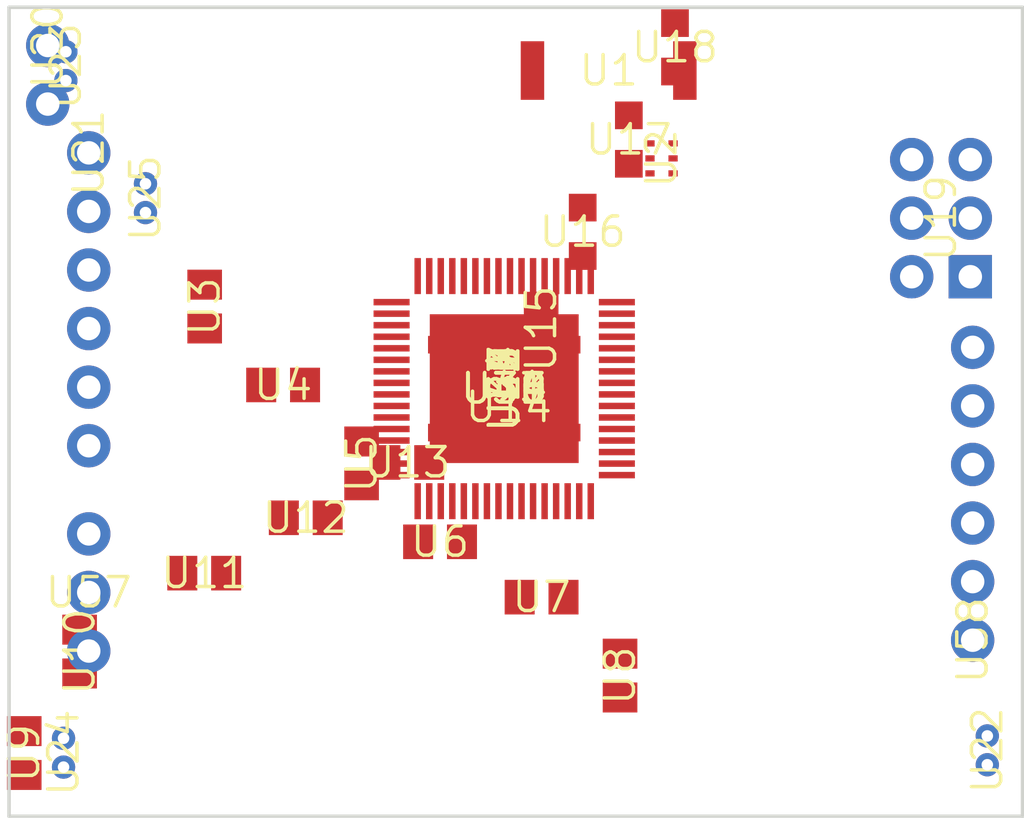
<source format=kicad_pcb>
 ( kicad_pcb  ( version 20171130 )
 ( host pcbnew "(5.1.4-0-10_14)" )
 ( general  ( thickness 1.6 )
 ( drawings 4 )
 ( tracks 0 )
 ( zones 0 )
 ( modules 58 )
 ( nets 81 )
)
 ( page A4 )
 ( layers  ( 0 Top signal )
 ( 31 Bottom signal )
 ( 32 B.Adhes user )
 ( 33 F.Adhes user )
 ( 34 B.Paste user )
 ( 35 F.Paste user )
 ( 36 B.SilkS user )
 ( 37 F.SilkS user )
 ( 38 B.Mask user )
 ( 39 F.Mask user )
 ( 40 Dwgs.User user )
 ( 41 Cmts.User user )
 ( 42 Eco1.User user )
 ( 43 Eco2.User user )
 ( 44 Edge.Cuts user )
 ( 45 Margin user )
 ( 46 B.CrtYd user )
 ( 47 F.CrtYd user )
 ( 48 B.Fab user )
 ( 49 F.Fab user )
)
 ( setup  ( last_trace_width 0.254 )
 ( trace_clearance 0.1524 )
 ( zone_clearance 0.508 )
 ( zone_45_only no )
 ( trace_min 0.2 )
 ( via_size 0.8128 )
 ( via_drill 0.4064 )
 ( via_min_size 0.4 )
 ( via_min_drill 0.3 )
 ( uvia_size 0.3 )
 ( uvia_drill 0.1 )
 ( uvias_allowed yes )
 ( uvia_min_size 0.2 )
 ( uvia_min_drill 0.1 )
 ( edge_width 0.05 )
 ( segment_width 0.2 )
 ( pcb_text_width 0.3 )
 ( pcb_text_size 1.5 1.5 )
 ( mod_edge_width 0.12 )
 ( mod_text_size 1 1 )
 ( mod_text_width 0.15 )
 ( pad_size 1.524 1.524 )
 ( pad_drill 0.762 )
 ( pad_to_mask_clearance 0.051 )
 ( solder_mask_min_width 0.25 )
 ( aux_axis_origin 0 0 )
 ( visible_elements 7FFFFFFF )
 ( pcbplotparams  ( layerselection 0x010fc_ffffffff )
 ( usegerberextensions false )
 ( usegerberattributes false )
 ( usegerberadvancedattributes false )
 ( creategerberjobfile false )
 ( excludeedgelayer true )
 ( linewidth 0.100000 )
 ( plotframeref false )
 ( viasonmask false )
 ( mode 1 )
 ( useauxorigin false )
 ( hpglpennumber 1 )
 ( hpglpenspeed 20 )
 ( hpglpendiameter 15.000000 )
 ( psnegative false )
 ( psa4output false )
 ( plotreference true )
 ( plotvalue true )
 ( plotinvisibletext false )
 ( padsonsilk false )
 ( subtractmaskfromsilk false )
 ( outputformat 1 )
 ( mirror false )
 ( drillshape 1 )
 ( scaleselection 1 )
 ( outputdirectory "" )
)
)
 ( net 0 "" )
 ( net 1 GND )
 ( net 2 3.3V )
 ( net 3 "Net-(U1-Pad64)" )
 ( net 4 "Net-(U1-Pad63)" )
 ( net 5 "Net-(U1-Pad62)" )
 ( net 6 "Net-(C1-Pad1)" )
 ( net 7 "Net-(C5-Pad1)" )
 ( net 8 "Net-(C6-Pad1)" )
 ( net 9 "Net-(U1-Pad53)" )
 ( net 10 "Net-(U1-Pad52)" )
 ( net 11 "Net-(U1-Pad51)" )
 ( net 12 /PE4 )
 ( net 13 /PE3 )
 ( net 14 "Net-(U1-Pad48)" )
 ( net 15 /TX0 )
 ( net 16 /RX0 )
 ( net 17 /PB7 )
 ( net 18 /PB6 )
 ( net 19 /PB5 )
 ( net 20 /PB4 )
 ( net 21 /MISO )
 ( net 22 /MOSI )
 ( net 23 /SCK )
 ( net 24 "Net-(U1-Pad36)" )
 ( net 25 "Net-(U1-Pad32)" )
 ( net 26 "Net-(U1-Pad31)" )
 ( net 27 "Net-(U1-Pad30)" )
 ( net 28 "Net-(U1-Pad29)" )
 ( net 29 /TX1 )
 ( net 30 /RX1 )
 ( net 31 /SDA )
 ( net 32 /SCL )
 ( net 33 "Net-(C2-Pad1)" )
 ( net 34 "Net-(U1-Pad19)" )
 ( net 35 "Net-(U1-Pad18)" )
 ( net 36 "Net-(U1-Pad17)" )
 ( net 37 "Net-(U1-Pad16)" )
 ( net 38 "Net-(U1-Pad15)" )
 ( net 39 "Net-(U1-Pad14)" )
 ( net 40 "Net-(U1-Pad13)" )
 ( net 41 /RESET )
 ( net 42 "Net-(C17-Pad2)" )
 ( net 43 "Net-(C16-Pad1)" )
 ( net 44 "Net-(U1-Pad6)" )
 ( net 45 "Net-(U1-Pad5)" )
 ( net 46 "Net-(U1-Pad4)" )
 ( net 47 "Net-(U1-Pad3)" )
 ( net 48 "Net-(U1-Pad2)" )
 ( net 49 "Net-(U1-Pad1)" )
 ( net 50 "Net-(B1-Pad4)" )
 ( net 51 "Net-(B1-Pad3)" )
 ( net 52 "Net-(B1-Pad2)" )
 ( net 53 /RFANT )
 ( net 54 "Net-(J1-Pad2)" )
 ( net 55 "Net-(JP9-PadCTS)" )
 ( net 56 "Net-(C15-Pad1)" )
 ( net 57 "Net-(C7-Pad2)" )
 ( net 58 /VBAT )
 ( net 59 "Net-(C8-Pad2)" )
 ( net 60 "Net-(C13-Pad2)" )
 ( net 61 "Net-(C14-Pad2)" )
 ( net 62 "Net-(JP3-Pad2)" )
 ( net 63 "Net-(C12-Pad1)" )
 ( net 64 "Net-(R10-Pad1)" )
 ( net 65 "Net-(R3-Pad1)" )
 ( net 66 "Net-(U4-Pad14)" )
 ( net 67 "Net-(U4-Pad13)" )
 ( net 68 "Net-(U4-Pad12)" )
 ( net 69 "Net-(U4-Pad11)" )
 ( net 70 "Net-(U4-Pad10)" )
 ( net 71 "Net-(C25-Pad1)" )
 ( net 72 "Net-(C25-Pad2)" )
 ( net 73 "Net-(C26-Pad2)" )
 ( net 74 "Net-(U4-Pad1)" )
 ( net 75 "Net-(S2-Pad1)" )
 ( net 76 "Net-(JP2-PadCTS)" )
 ( net 77 "Net-(JP2-PadDTR)" )
 ( net 78 "Net-(BOT1-PadA)" )
 ( net 79 "Net-(ARM1-PadA)" )
 ( net 80 "Net-(PWR1-PadA)" )
 ( net_class Default "This is the default net class."  ( clearance 0.1524 )
 ( trace_width 0.254 )
 ( via_dia 0.8128 )
 ( via_drill 0.4064 )
 ( uvia_dia 0.3 )
 ( uvia_drill 0.1 )
 ( add_net /MISO )
 ( add_net /MOSI )
 ( add_net /PB4 )
 ( add_net /PB5 )
 ( add_net /PB6 )
 ( add_net /PB7 )
 ( add_net /PE3 )
 ( add_net /PE4 )
 ( add_net /RESET )
 ( add_net /RFANT )
 ( add_net /RX0 )
 ( add_net /RX1 )
 ( add_net /SCK )
 ( add_net /SCL )
 ( add_net /SDA )
 ( add_net /TX0 )
 ( add_net /TX1 )
 ( add_net 3.3V )
 ( add_net GND )
 ( add_net "Net-(ARM1-PadA)" )
 ( add_net "Net-(B1-Pad2)" )
 ( add_net "Net-(B1-Pad3)" )
 ( add_net "Net-(B1-Pad4)" )
 ( add_net "Net-(BOT1-PadA)" )
 ( add_net "Net-(C1-Pad1)" )
 ( add_net "Net-(C12-Pad1)" )
 ( add_net "Net-(C15-Pad1)" )
 ( add_net "Net-(C16-Pad1)" )
 ( add_net "Net-(C17-Pad2)" )
 ( add_net "Net-(C2-Pad1)" )
 ( add_net "Net-(C25-Pad1)" )
 ( add_net "Net-(C25-Pad2)" )
 ( add_net "Net-(C26-Pad2)" )
 ( add_net "Net-(C5-Pad1)" )
 ( add_net "Net-(C6-Pad1)" )
 ( add_net "Net-(J1-Pad2)" )
 ( add_net "Net-(JP2-PadCTS)" )
 ( add_net "Net-(JP2-PadDTR)" )
 ( add_net "Net-(JP3-Pad2)" )
 ( add_net "Net-(JP9-PadCTS)" )
 ( add_net "Net-(PWR1-PadA)" )
 ( add_net "Net-(R10-Pad1)" )
 ( add_net "Net-(R3-Pad1)" )
 ( add_net "Net-(S2-Pad1)" )
 ( add_net "Net-(U1-Pad1)" )
 ( add_net "Net-(U1-Pad13)" )
 ( add_net "Net-(U1-Pad14)" )
 ( add_net "Net-(U1-Pad15)" )
 ( add_net "Net-(U1-Pad16)" )
 ( add_net "Net-(U1-Pad17)" )
 ( add_net "Net-(U1-Pad18)" )
 ( add_net "Net-(U1-Pad19)" )
 ( add_net "Net-(U1-Pad2)" )
 ( add_net "Net-(U1-Pad29)" )
 ( add_net "Net-(U1-Pad3)" )
 ( add_net "Net-(U1-Pad30)" )
 ( add_net "Net-(U1-Pad31)" )
 ( add_net "Net-(U1-Pad32)" )
 ( add_net "Net-(U1-Pad36)" )
 ( add_net "Net-(U1-Pad4)" )
 ( add_net "Net-(U1-Pad48)" )
 ( add_net "Net-(U1-Pad5)" )
 ( add_net "Net-(U1-Pad51)" )
 ( add_net "Net-(U1-Pad52)" )
 ( add_net "Net-(U1-Pad53)" )
 ( add_net "Net-(U1-Pad6)" )
 ( add_net "Net-(U1-Pad62)" )
 ( add_net "Net-(U1-Pad63)" )
 ( add_net "Net-(U1-Pad64)" )
 ( add_net "Net-(U4-Pad1)" )
 ( add_net "Net-(U4-Pad10)" )
 ( add_net "Net-(U4-Pad11)" )
 ( add_net "Net-(U4-Pad12)" )
 ( add_net "Net-(U4-Pad13)" )
 ( add_net "Net-(U4-Pad14)" )
)
 ( net_class Power ""  ( clearance 0.1524 )
 ( trace_width 0.508 )
 ( via_dia 0.8128 )
 ( via_drill 0.4064 )
 ( uvia_dia 0.3 )
 ( uvia_drill 0.1 )
 ( add_net /VBAT )
 ( add_net "Net-(C13-Pad2)" )
 ( add_net "Net-(C14-Pad2)" )
 ( add_net "Net-(C7-Pad2)" )
 ( add_net "Net-(C8-Pad2)" )
)
 ( module quadcopterJorge:653002114822 locked  ( layer Top )
 ( tedit 5DCF2602 )
 ( tstamp 5DC90212 )
 ( at 168.298800 119.683200 270.000000 )
 ( descr "WR-WTB 1.25mm Male Vertical Shrouded Header, 2 Pins" )
 ( path /FD237801 )
 ( fp_text reference U22  ( at 0 -0.635 270 )
 ( layer F.SilkS )
 ( effects  ( font  ( size 1.27 1.27 )
 ( thickness 0.15 )
)
)
)
 ( fp_text value ""  ( at 0 -0.635 270 )
 ( layer F.SilkS )
 ( effects  ( font  ( size 1.27 1.27 )
 ( thickness 0.15 )
)
)
)
 ( fp_poly  ( pts  ( xy -1.3 -1.335 )
 ( xy 1.3 -1.335 )
 ( xy 1.3 0.065 )
 ( xy -1.3 0.065 )
)
 ( layer B.CrtYd )
 ( width 0.1 )
)
 ( fp_poly  ( pts  ( xy -2.3 -2.035 )
 ( xy 2.3 -2.035 )
 ( xy 2.3 1.565 )
 ( xy -2.3 1.565 )
)
 ( layer F.CrtYd )
 ( width 0.1 )
)
 ( pad 2 thru_hole circle  ( at -0.625 -0.635 270.000000 )
 ( size 1.008 1.008 )
 ( drill 0.5 )
 ( layers *.Cu *.Mask )
 ( net 57 "Net-(C7-Pad2)" )
 ( solder_mask_margin 0.1016 )
)
 ( pad 1 thru_hole circle  ( at 0.625 -0.635 270.000000 )
 ( size 1.008 1.008 )
 ( drill 0.5 )
 ( layers *.Cu *.Mask )
 ( net 58 /VBAT )
 ( solder_mask_margin 0.1016 )
)
)
 ( module quadcopterJorge:653002114822 locked  ( layer Top )
 ( tedit 5DCF2602 )
 ( tstamp 5DC90230 )
 ( at 129.538400 119.784800 90.000000 )
 ( descr "WR-WTB 1.25mm Male Vertical Shrouded Header, 2 Pins" )
 ( path /27E031B9 )
 ( fp_text reference U24  ( at 0 -0.635 90 )
 ( layer F.SilkS )
 ( effects  ( font  ( size 1.27 1.27 )
 ( thickness 0.15 )
)
)
)
 ( fp_text value ""  ( at 0 -0.635 90 )
 ( layer F.SilkS )
 ( effects  ( font  ( size 1.27 1.27 )
 ( thickness 0.15 )
)
)
)
 ( fp_poly  ( pts  ( xy -1.3 -1.335 )
 ( xy 1.3 -1.335 )
 ( xy 1.3 0.065 )
 ( xy -1.3 0.065 )
)
 ( layer B.CrtYd )
 ( width 0.1 )
)
 ( fp_poly  ( pts  ( xy -2.3 -2.035 )
 ( xy 2.3 -2.035 )
 ( xy 2.3 1.565 )
 ( xy -2.3 1.565 )
)
 ( layer F.CrtYd )
 ( width 0.1 )
)
 ( pad 2 thru_hole circle  ( at -0.625 -0.635 90.000000 )
 ( size 1.008 1.008 )
 ( drill 0.5 )
 ( layers *.Cu *.Mask )
 ( net 60 "Net-(C13-Pad2)" )
 ( solder_mask_margin 0.1016 )
)
 ( pad 1 thru_hole circle  ( at 0.625 -0.635 90.000000 )
 ( size 1.008 1.008 )
 ( drill 0.5 )
 ( layers *.Cu *.Mask )
 ( net 58 /VBAT )
 ( solder_mask_margin 0.1016 )
)
)
 ( module quadcopterJorge:1X02  ( layer Top )
 ( tedit 5DCF25B9 )
 ( tstamp 5DC901C6 )
 ( at 128.219000 90.391100 270.000000 )
 ( path /EC28632A )
 ( fp_text reference U20  ( at -1.27 0 270 )
 ( layer F.SilkS )
 ( effects  ( font  ( size 1.27 1.27 )
 ( thickness 0.15 )
)
)
)
 ( fp_text value ""  ( at -1.27 0 270 )
 ( layer F.SilkS )
 ( effects  ( font  ( size 1.27 1.27 )
 ( thickness 0.15 )
)
)
)
 ( fp_poly  ( pts  ( xy -2.67 -1.4 )
 ( xy 2.63 -1.4 )
 ( xy 2.63 1.4 )
 ( xy -2.67 1.4 )
)
 ( layer B.CrtYd )
 ( width 0.1 )
)
 ( fp_poly  ( pts  ( xy -2.67 -1.4 )
 ( xy 2.63 -1.4 )
 ( xy 2.63 1.4 )
 ( xy -2.67 1.4 )
)
 ( layer F.CrtYd )
 ( width 0.1 )
)
 ( pad 2 thru_hole circle  ( at 1.27 0 )
 ( size 1.8796 1.8796 )
 ( drill 1.016 )
 ( layers *.Cu *.Mask )
 ( net 62 "Net-(JP3-Pad2)" )
 ( solder_mask_margin 0.1016 )
)
 ( pad 1 thru_hole circle  ( at -1.27 0 )
 ( size 1.8796 1.8796 )
 ( drill 1.016 )
 ( layers *.Cu *.Mask )
 ( net 1 GND )
 ( solder_mask_margin 0.1016 )
)
)
 ( module quadcopterJorge:653002114822  ( layer Top )
 ( tedit 5DCF2602 )
 ( tstamp 5DC9023F )
 ( at 131.819000 95.741100 270.000000 )
 ( descr "WR-WTB 1.25mm Male Vertical Shrouded Header, 2 Pins" )
 ( path /DCB17BD7 )
 ( fp_text reference U25  ( at 0 -0.635 270 )
 ( layer F.SilkS )
 ( effects  ( font  ( size 1.27 1.27 )
 ( thickness 0.15 )
)
)
)
 ( fp_text value ""  ( at 0 -0.635 270 )
 ( layer F.SilkS )
 ( effects  ( font  ( size 1.27 1.27 )
 ( thickness 0.15 )
)
)
)
 ( fp_poly  ( pts  ( xy -1.3 -1.335 )
 ( xy 1.3 -1.335 )
 ( xy 1.3 0.065 )
 ( xy -1.3 0.065 )
)
 ( layer B.CrtYd )
 ( width 0.1 )
)
 ( fp_poly  ( pts  ( xy -2.3 -2.035 )
 ( xy 2.3 -2.035 )
 ( xy 2.3 1.565 )
 ( xy -2.3 1.565 )
)
 ( layer F.CrtYd )
 ( width 0.1 )
)
 ( pad 2 thru_hole circle  ( at -0.625 -0.635 270.000000 )
 ( size 1.008 1.008 )
 ( drill 0.5 )
 ( layers *.Cu *.Mask )
 ( net 61 "Net-(C14-Pad2)" )
 ( solder_mask_margin 0.1016 )
)
 ( pad 1 thru_hole circle  ( at 0.625 -0.635 270.000000 )
 ( size 1.008 1.008 )
 ( drill 0.5 )
 ( layers *.Cu *.Mask )
 ( net 58 /VBAT )
 ( solder_mask_margin 0.1016 )
)
)
 ( module quadcopterJorge:653002114822 locked  ( layer Top )
 ( tedit 5DCF2602 )
 ( tstamp 5DC90221 )
 ( at 128.370000 90.016000 270.000000 )
 ( descr "WR-WTB 1.25mm Male Vertical Shrouded Header, 2 Pins" )
 ( path /4C99C424 )
 ( fp_text reference U23  ( at 0 -0.635 270 )
 ( layer F.SilkS )
 ( effects  ( font  ( size 1.27 1.27 )
 ( thickness 0.15 )
)
)
)
 ( fp_text value ""  ( at 0 -0.635 270 )
 ( layer F.SilkS )
 ( effects  ( font  ( size 1.27 1.27 )
 ( thickness 0.15 )
)
)
)
 ( fp_poly  ( pts  ( xy -1.3 -1.335 )
 ( xy 1.3 -1.335 )
 ( xy 1.3 0.065 )
 ( xy -1.3 0.065 )
)
 ( layer B.CrtYd )
 ( width 0.1 )
)
 ( fp_poly  ( pts  ( xy -2.3 -2.035 )
 ( xy 2.3 -2.035 )
 ( xy 2.3 1.565 )
 ( xy -2.3 1.565 )
)
 ( layer F.CrtYd )
 ( width 0.1 )
)
 ( pad 2 thru_hole circle  ( at -0.625 -0.635 270.000000 )
 ( size 1.008 1.008 )
 ( drill 0.5 )
 ( layers *.Cu *.Mask )
 ( net 59 "Net-(C8-Pad2)" )
 ( solder_mask_margin 0.1016 )
)
 ( pad 1 thru_hole circle  ( at 0.625 -0.635 270.000000 )
 ( size 1.008 1.008 )
 ( drill 0.5 )
 ( layers *.Cu *.Mask )
 ( net 58 /VBAT )
 ( solder_mask_margin 0.1016 )
)
)
 ( module quadcopterJorge:FTDI_BASIC locked  ( layer Top )
 ( tedit 5DCF2629 )
 ( tstamp 5DC901DB )
 ( at 129.995600 100.125200 270.000000 )
 ( path /9500817F )
 ( fp_text reference U21  ( at -6.35 0 270 )
 ( layer F.SilkS )
 ( effects  ( font  ( size 1.27 1.27 )
 ( thickness 0.15 )
)
)
)
 ( fp_text value ""  ( at -6.35 0 270 )
 ( layer F.SilkS )
 ( effects  ( font  ( size 1.27 1.27 )
 ( thickness 0.15 )
)
)
)
 ( fp_poly  ( pts  ( xy -7.65 -1.3 )
 ( xy 7.65 -1.3 )
 ( xy 7.65 1.3 )
 ( xy -7.65 1.3 )
)
 ( layer B.CrtYd )
 ( width 0.1 )
)
 ( fp_poly  ( pts  ( xy -7.65 -1.3 )
 ( xy 7.65 -1.3 )
 ( xy 7.65 1.3 )
 ( xy -7.65 1.3 )
)
 ( layer F.CrtYd )
 ( width 0.1 )
)
 ( pad GND thru_hole circle  ( at 6.35 0 )
 ( size 1.8796 1.8796 )
 ( drill 1.016 )
 ( layers *.Cu *.Mask )
 ( net 1 GND )
 ( solder_mask_margin 0.1016 )
)
 ( pad CTS thru_hole circle  ( at 3.81 0 )
 ( size 1.8796 1.8796 )
 ( drill 1.016 )
 ( layers *.Cu *.Mask )
 ( net 55 "Net-(JP9-PadCTS)" )
 ( solder_mask_margin 0.1016 )
)
 ( pad VCC thru_hole circle  ( at 1.27 0 )
 ( size 1.8796 1.8796 )
 ( drill 1.016 )
 ( layers *.Cu *.Mask )
 ( net 2 3.3V )
 ( solder_mask_margin 0.1016 )
)
 ( pad TXO thru_hole circle  ( at -1.27 0 )
 ( size 1.8796 1.8796 )
 ( drill 1.016 )
 ( layers *.Cu *.Mask )
 ( net 16 /RX0 )
 ( solder_mask_margin 0.1016 )
)
 ( pad RXI thru_hole circle  ( at -3.81 0 )
 ( size 1.8796 1.8796 )
 ( drill 1.016 )
 ( layers *.Cu *.Mask )
 ( net 15 /TX0 )
 ( solder_mask_margin 0.1016 )
)
 ( pad DTR thru_hole circle  ( at -6.35 0 )
 ( size 1.8796 1.8796 )
 ( drill 1.016 )
 ( layers *.Cu *.Mask )
 ( net 56 "Net-(C15-Pad1)" )
 ( solder_mask_margin 0.1016 )
)
)
 ( module quadcopterJorge:FTDI_BASIC locked  ( layer Top )
 ( tedit 5DCF2629 )
 ( tstamp 5DC904F2 )
 ( at 168.298800 108.558000 90.000000 )
 ( path /E74E9B50 )
 ( fp_text reference U58  ( at -6.35 0 90 )
 ( layer F.SilkS )
 ( effects  ( font  ( size 1.27 1.27 )
 ( thickness 0.15 )
)
)
)
 ( fp_text value ""  ( at -6.35 0 90 )
 ( layer F.SilkS )
 ( effects  ( font  ( size 1.27 1.27 )
 ( thickness 0.15 )
)
)
)
 ( fp_poly  ( pts  ( xy -7.65 -1.3 )
 ( xy 7.65 -1.3 )
 ( xy 7.65 1.3 )
 ( xy -7.65 1.3 )
)
 ( layer B.CrtYd )
 ( width 0.1 )
)
 ( fp_poly  ( pts  ( xy -7.65 -1.3 )
 ( xy 7.65 -1.3 )
 ( xy 7.65 1.3 )
 ( xy -7.65 1.3 )
)
 ( layer F.CrtYd )
 ( width 0.1 )
)
 ( pad GND thru_hole circle  ( at 6.35 0 180.000000 )
 ( size 1.8796 1.8796 )
 ( drill 1.016 )
 ( layers *.Cu *.Mask )
 ( net 1 GND )
 ( solder_mask_margin 0.1016 )
)
 ( pad CTS thru_hole circle  ( at 3.81 0 180.000000 )
 ( size 1.8796 1.8796 )
 ( drill 1.016 )
 ( layers *.Cu *.Mask )
 ( net 76 "Net-(JP2-PadCTS)" )
 ( solder_mask_margin 0.1016 )
)
 ( pad VCC thru_hole circle  ( at 1.27 0 180.000000 )
 ( size 1.8796 1.8796 )
 ( drill 1.016 )
 ( layers *.Cu *.Mask )
 ( net 2 3.3V )
 ( solder_mask_margin 0.1016 )
)
 ( pad TXO thru_hole circle  ( at -1.27 0 180.000000 )
 ( size 1.8796 1.8796 )
 ( drill 1.016 )
 ( layers *.Cu *.Mask )
 ( net 30 /RX1 )
 ( solder_mask_margin 0.1016 )
)
 ( pad RXI thru_hole circle  ( at -3.81 0 180.000000 )
 ( size 1.8796 1.8796 )
 ( drill 1.016 )
 ( layers *.Cu *.Mask )
 ( net 29 /TX1 )
 ( solder_mask_margin 0.1016 )
)
 ( pad DTR thru_hole circle  ( at -6.35 0 180.000000 )
 ( size 1.8796 1.8796 )
 ( drill 1.016 )
 ( layers *.Cu *.Mask )
 ( net 77 "Net-(JP2-PadDTR)" )
 ( solder_mask_margin 0.1016 )
)
)
 ( module quadcopterJorge:ANTENNA-CHIP5 locked  ( layer Top )
 ( tedit 5DCE6AFB )
 ( tstamp 5DC900A2 )
 ( at 152.525400 90.206500 )
 ( path /EA64C37F )
 ( fp_text reference U1  ( at 0 0 )
 ( layer F.SilkS )
 ( effects  ( font  ( size 1.27 1.27 )
 ( thickness 0.15 )
)
)
)
 ( fp_text value ""  ( at 0 0 )
 ( layer F.SilkS )
 ( effects  ( font  ( size 1.27 1.27 )
 ( thickness 0.15 )
)
)
)
 ( fp_poly  ( pts  ( xy -4 -1.4 )
 ( xy 4 -1.4 )
 ( xy 4 1.4 )
 ( xy -4 1.4 )
)
 ( layer F.CrtYd )
 ( width 0.1 )
)
 ( pad FEED smd rect  ( at -3.302 0 180.000000 )
 ( size 1.016 2.54 )
 ( layers Top F.Mask F.Paste )
 ( net 53 /RFANT )
 ( solder_mask_margin 0.1016 )
)
 ( pad NC smd rect  ( at 3.302 0 180.000000 )
 ( size 1.016 2.54 )
 ( layers Top F.Mask F.Paste )
 ( solder_mask_margin 0.1016 )
)
)
 ( module quadcopterJorge:BALUN-0805 locked  ( layer Top )
 ( tedit 5DCE655C )
 ( tstamp 5DC900AF )
 ( at 154.811400 94.016500 270.000000 )
 ( descr "<h3>Balun - 0805 Package</h3>\n<p>Transformer to convert an unbalanced signal to a balenced one, or vice-versa.</p>\n<p><a href=\"http://katalog.we-online.de/pbs/datasheet/748421245.pdf\">Example Datasheet</a></p>" )
 ( path /A14A3ED5 )
 ( fp_text reference U2  ( at 0 0 270 )
 ( layer F.SilkS )
 ( effects  ( font  ( size 1.27 1.27 )
 ( thickness 0.15 )
)
)
)
 ( fp_text value ""  ( at 0 0 270 )
 ( layer F.SilkS )
 ( effects  ( font  ( size 1.27 1.27 )
 ( thickness 0.15 )
)
)
)
 ( fp_poly  ( pts  ( xy -1.3 -0.9 )
 ( xy 1.3 -0.9 )
 ( xy 1.3 0.9 )
 ( xy -1.3 0.9 )
)
 ( layer F.CrtYd )
 ( width 0.1 )
)
 ( pad 4 smd rect  ( at 0.65 -0.505 270.000000 )
 ( size 0.27 0.4 )
 ( layers Top F.Mask F.Paste )
 ( net 50 "Net-(B1-Pad4)" )
 ( solder_mask_margin 0.1016 )
)
 ( pad 5 smd rect  ( at 0 -0.505 270.000000 )
 ( size 0.27 0.4 )
 ( layers Top F.Mask F.Paste )
 ( net 1 GND )
 ( solder_mask_margin 0.1016 )
)
 ( pad 6 smd rect  ( at -0.65 -0.505 270.000000 )
 ( size 0.27 0.4 )
 ( layers Top F.Mask F.Paste )
 ( solder_mask_margin 0.1016 )
)
 ( pad 3 smd rect  ( at 0.65 0.495 270.000000 )
 ( size 0.27 0.4 )
 ( layers Top F.Mask F.Paste )
 ( net 51 "Net-(B1-Pad3)" )
 ( solder_mask_margin 0.1016 )
)
 ( pad 2 smd rect  ( at 0 0.495 270.000000 )
 ( size 0.27 0.4 )
 ( layers Top F.Mask F.Paste )
 ( net 52 "Net-(B1-Pad2)" )
 ( solder_mask_margin 0.1016 )
)
 ( pad 1 smd rect  ( at -0.65 0.495 270.000000 )
 ( size 0.27 0.4 )
 ( layers Top F.Mask F.Paste )
 ( net 53 /RFANT )
 ( solder_mask_margin 0.1016 )
)
)
 ( module quadcopterJorge:C0805  ( layer Top )
 ( tedit 5DCE6588 )
 ( tstamp 5DC900C6 )
 ( at 135.019000 100.441100 90.000000 )
 ( descr <b>CAPACITOR</b><p> )
 ( path /C8E3AF05 )
 ( fp_text reference U3  ( at 0 0 90 )
 ( layer F.SilkS )
 ( effects  ( font  ( size 1.27 1.27 )
 ( thickness 0.15 )
)
)
)
 ( fp_text value ""  ( at 0 0 90 )
 ( layer F.SilkS )
 ( effects  ( font  ( size 1.27 1.27 )
 ( thickness 0.15 )
)
)
)
 ( fp_poly  ( pts  ( xy -2 -1 )
 ( xy 2 -1 )
 ( xy 2 1 )
 ( xy -2 1 )
)
 ( layer F.CrtYd )
 ( width 0.1 )
)
 ( pad 2 smd rect  ( at 0.95 0 90.000000 )
 ( size 1.3 1.5 )
 ( layers Top F.Mask F.Paste )
 ( net 1 GND )
 ( solder_mask_margin 0.1016 )
)
 ( pad 1 smd rect  ( at -0.95 0 90.000000 )
 ( size 1.3 1.5 )
 ( layers Top F.Mask F.Paste )
 ( net 6 "Net-(C1-Pad1)" )
 ( solder_mask_margin 0.1016 )
)
)
 ( module quadcopterJorge:C0805  ( layer Top )
 ( tedit 5DCE6588 )
 ( tstamp 5DC900D4 )
 ( at 138.419000 103.841100 )
 ( descr <b>CAPACITOR</b><p> )
 ( path /F9611745 )
 ( fp_text reference U4  ( at 0 0 )
 ( layer F.SilkS )
 ( effects  ( font  ( size 1.27 1.27 )
 ( thickness 0.15 )
)
)
)
 ( fp_text value ""  ( at 0 0 )
 ( layer F.SilkS )
 ( effects  ( font  ( size 1.27 1.27 )
 ( thickness 0.15 )
)
)
)
 ( fp_poly  ( pts  ( xy -2 -1 )
 ( xy 2 -1 )
 ( xy 2 1 )
 ( xy -2 1 )
)
 ( layer F.CrtYd )
 ( width 0.1 )
)
 ( pad 2 smd rect  ( at 0.95 0 )
 ( size 1.3 1.5 )
 ( layers Top F.Mask F.Paste )
 ( net 1 GND )
 ( solder_mask_margin 0.1016 )
)
 ( pad 1 smd rect  ( at -0.95 0 )
 ( size 1.3 1.5 )
 ( layers Top F.Mask F.Paste )
 ( net 2 3.3V )
 ( solder_mask_margin 0.1016 )
)
)
 ( module quadcopterJorge:C0805  ( layer Top )
 ( tedit 5DCE6588 )
 ( tstamp 5DC900E2 )
 ( at 141.819000 107.241100 270.000000 )
 ( descr <b>CAPACITOR</b><p> )
 ( path /863C519D )
 ( fp_text reference U5  ( at 0 0 270 )
 ( layer F.SilkS )
 ( effects  ( font  ( size 1.27 1.27 )
 ( thickness 0.15 )
)
)
)
 ( fp_text value ""  ( at 0 0 270 )
 ( layer F.SilkS )
 ( effects  ( font  ( size 1.27 1.27 )
 ( thickness 0.15 )
)
)
)
 ( fp_poly  ( pts  ( xy -2 -1 )
 ( xy 2 -1 )
 ( xy 2 1 )
 ( xy -2 1 )
)
 ( layer F.CrtYd )
 ( width 0.1 )
)
 ( pad 2 smd rect  ( at 0.95 0 270.000000 )
 ( size 1.3 1.5 )
 ( layers Top F.Mask F.Paste )
 ( net 1 GND )
 ( solder_mask_margin 0.1016 )
)
 ( pad 1 smd rect  ( at -0.95 0 270.000000 )
 ( size 1.3 1.5 )
 ( layers Top F.Mask F.Paste )
 ( net 52 "Net-(B1-Pad2)" )
 ( solder_mask_margin 0.1016 )
)
)
 ( module quadcopterJorge:C0805  ( layer Top )
 ( tedit 5DCE6588 )
 ( tstamp 5DC900F0 )
 ( at 145.219000 110.641100 )
 ( descr <b>CAPACITOR</b><p> )
 ( path /A436D0BD )
 ( fp_text reference U6  ( at 0 0 )
 ( layer F.SilkS )
 ( effects  ( font  ( size 1.27 1.27 )
 ( thickness 0.15 )
)
)
)
 ( fp_text value ""  ( at 0 0 )
 ( layer F.SilkS )
 ( effects  ( font  ( size 1.27 1.27 )
 ( thickness 0.15 )
)
)
)
 ( fp_poly  ( pts  ( xy -2 -1 )
 ( xy 2 -1 )
 ( xy 2 1 )
 ( xy -2 1 )
)
 ( layer F.CrtYd )
 ( width 0.1 )
)
 ( pad 2 smd rect  ( at 0.95 0 )
 ( size 1.3 1.5 )
 ( layers Top F.Mask F.Paste )
 ( net 1 GND )
 ( solder_mask_margin 0.1016 )
)
 ( pad 1 smd rect  ( at -0.95 0 )
 ( size 1.3 1.5 )
 ( layers Top F.Mask F.Paste )
 ( net 63 "Net-(C12-Pad1)" )
 ( solder_mask_margin 0.1016 )
)
)
 ( module quadcopterJorge:C0805  ( layer Top )
 ( tedit 5DCE6588 )
 ( tstamp 5DC900FE )
 ( at 149.619000 113.041100 )
 ( descr <b>CAPACITOR</b><p> )
 ( path /C65B0EAD )
 ( fp_text reference U7  ( at 0 0 )
 ( layer F.SilkS )
 ( effects  ( font  ( size 1.27 1.27 )
 ( thickness 0.15 )
)
)
)
 ( fp_text value ""  ( at 0 0 )
 ( layer F.SilkS )
 ( effects  ( font  ( size 1.27 1.27 )
 ( thickness 0.15 )
)
)
)
 ( fp_poly  ( pts  ( xy -2 -1 )
 ( xy 2 -1 )
 ( xy 2 1 )
 ( xy -2 1 )
)
 ( layer F.CrtYd )
 ( width 0.1 )
)
 ( pad 2 smd rect  ( at 0.95 0 )
 ( size 1.3 1.5 )
 ( layers Top F.Mask F.Paste )
 ( net 41 /RESET )
 ( solder_mask_margin 0.1016 )
)
 ( pad 1 smd rect  ( at -0.95 0 )
 ( size 1.3 1.5 )
 ( layers Top F.Mask F.Paste )
 ( net 56 "Net-(C15-Pad1)" )
 ( solder_mask_margin 0.1016 )
)
)
 ( module quadcopterJorge:C0805  ( layer Top )
 ( tedit 5DCE6588 )
 ( tstamp 5DC9010C )
 ( at 153.019000 116.441100 90.000000 )
 ( descr <b>CAPACITOR</b><p> )
 ( path /4CA4B545 )
 ( fp_text reference U8  ( at 0 0 90 )
 ( layer F.SilkS )
 ( effects  ( font  ( size 1.27 1.27 )
 ( thickness 0.15 )
)
)
)
 ( fp_text value ""  ( at 0 0 90 )
 ( layer F.SilkS )
 ( effects  ( font  ( size 1.27 1.27 )
 ( thickness 0.15 )
)
)
)
 ( fp_poly  ( pts  ( xy -2 -1 )
 ( xy 2 -1 )
 ( xy 2 1 )
 ( xy -2 1 )
)
 ( layer F.CrtYd )
 ( width 0.1 )
)
 ( pad 2 smd rect  ( at 0.95 0 90.000000 )
 ( size 1.3 1.5 )
 ( layers Top F.Mask F.Paste )
 ( net 51 "Net-(B1-Pad3)" )
 ( solder_mask_margin 0.1016 )
)
 ( pad 1 smd rect  ( at -0.95 0 90.000000 )
 ( size 1.3 1.5 )
 ( layers Top F.Mask F.Paste )
 ( net 43 "Net-(C16-Pad1)" )
 ( solder_mask_margin 0.1016 )
)
)
 ( module quadcopterJorge:C0805  ( layer Top )
 ( tedit 5DCE6588 )
 ( tstamp 5DC9011A )
 ( at 127.200000 119.800000 270.000000 )
 ( descr <b>CAPACITOR</b><p> )
 ( path /57A7EDF6 )
 ( fp_text reference U9  ( at 0 0 270 )
 ( layer F.SilkS )
 ( effects  ( font  ( size 1.27 1.27 )
 ( thickness 0.15 )
)
)
)
 ( fp_text value ""  ( at 0 0 270 )
 ( layer F.SilkS )
 ( effects  ( font  ( size 1.27 1.27 )
 ( thickness 0.15 )
)
)
)
 ( fp_poly  ( pts  ( xy -2 -1 )
 ( xy 2 -1 )
 ( xy 2 1 )
 ( xy -2 1 )
)
 ( layer F.CrtYd )
 ( width 0.1 )
)
 ( pad 2 smd rect  ( at 0.95 0 270.000000 )
 ( size 1.3 1.5 )
 ( layers Top F.Mask F.Paste )
 ( net 42 "Net-(C17-Pad2)" )
 ( solder_mask_margin 0.1016 )
)
 ( pad 1 smd rect  ( at -0.95 0 270.000000 )
 ( size 1.3 1.5 )
 ( layers Top F.Mask F.Paste )
 ( net 50 "Net-(B1-Pad4)" )
 ( solder_mask_margin 0.1016 )
)
)
 ( module quadcopterJorge:C0805  ( layer Top )
 ( tedit 5DCE6588 )
 ( tstamp 5DC90128 )
 ( at 129.600000 115.400000 90.000000 )
 ( descr <b>CAPACITOR</b><p> )
 ( path /AC671DB5 )
 ( fp_text reference U10  ( at 0 0 90 )
 ( layer F.SilkS )
 ( effects  ( font  ( size 1.27 1.27 )
 ( thickness 0.15 )
)
)
)
 ( fp_text value ""  ( at 0 0 90 )
 ( layer F.SilkS )
 ( effects  ( font  ( size 1.27 1.27 )
 ( thickness 0.15 )
)
)
)
 ( fp_poly  ( pts  ( xy -2 -1 )
 ( xy 2 -1 )
 ( xy 2 1 )
 ( xy -2 1 )
)
 ( layer F.CrtYd )
 ( width 0.1 )
)
 ( pad 2 smd rect  ( at 0.95 0 90.000000 )
 ( size 1.3 1.5 )
 ( layers Top F.Mask F.Paste )
 ( net 1 GND )
 ( solder_mask_margin 0.1016 )
)
 ( pad 1 smd rect  ( at -0.95 0 90.000000 )
 ( size 1.3 1.5 )
 ( layers Top F.Mask F.Paste )
 ( net 33 "Net-(C2-Pad1)" )
 ( solder_mask_margin 0.1016 )
)
)
 ( module quadcopterJorge:C0805  ( layer Top )
 ( tedit 5DCE6588 )
 ( tstamp 5DC90136 )
 ( at 135.000000 112.000000 )
 ( descr <b>CAPACITOR</b><p> )
 ( path /88B3C59D )
 ( fp_text reference U11  ( at 0 0 )
 ( layer F.SilkS )
 ( effects  ( font  ( size 1.27 1.27 )
 ( thickness 0.15 )
)
)
)
 ( fp_text value ""  ( at 0 0 )
 ( layer F.SilkS )
 ( effects  ( font  ( size 1.27 1.27 )
 ( thickness 0.15 )
)
)
)
 ( fp_poly  ( pts  ( xy -2 -1 )
 ( xy 2 -1 )
 ( xy 2 1 )
 ( xy -2 1 )
)
 ( layer F.CrtYd )
 ( width 0.1 )
)
 ( pad 2 smd rect  ( at 0.95 0 )
 ( size 1.3 1.5 )
 ( layers Top F.Mask F.Paste )
 ( net 1 GND )
 ( solder_mask_margin 0.1016 )
)
 ( pad 1 smd rect  ( at -0.95 0 )
 ( size 1.3 1.5 )
 ( layers Top F.Mask F.Paste )
 ( net 58 /VBAT )
 ( solder_mask_margin 0.1016 )
)
)
 ( module quadcopterJorge:C0805  ( layer Top )
 ( tedit 5DCE6588 )
 ( tstamp 5DC90144 )
 ( at 139.400000 109.600000 )
 ( descr <b>CAPACITOR</b><p> )
 ( path /ECDD94AD )
 ( fp_text reference U12  ( at 0 0 )
 ( layer F.SilkS )
 ( effects  ( font  ( size 1.27 1.27 )
 ( thickness 0.15 )
)
)
)
 ( fp_text value ""  ( at 0 0 )
 ( layer F.SilkS )
 ( effects  ( font  ( size 1.27 1.27 )
 ( thickness 0.15 )
)
)
)
 ( fp_poly  ( pts  ( xy -2 -1 )
 ( xy 2 -1 )
 ( xy 2 1 )
 ( xy -2 1 )
)
 ( layer F.CrtYd )
 ( width 0.1 )
)
 ( pad 2 smd rect  ( at 0.95 0 )
 ( size 1.3 1.5 )
 ( layers Top F.Mask F.Paste )
 ( net 1 GND )
 ( solder_mask_margin 0.1016 )
)
 ( pad 1 smd rect  ( at -0.95 0 )
 ( size 1.3 1.5 )
 ( layers Top F.Mask F.Paste )
 ( net 2 3.3V )
 ( solder_mask_margin 0.1016 )
)
)
 ( module quadcopterJorge:C0805  ( layer Top )
 ( tedit 5DCE6588 )
 ( tstamp 5DC90152 )
 ( at 143.800000 107.200000 )
 ( descr <b>CAPACITOR</b><p> )
 ( path /40EB53D4 )
 ( fp_text reference U13  ( at 0 0 )
 ( layer F.SilkS )
 ( effects  ( font  ( size 1.27 1.27 )
 ( thickness 0.15 )
)
)
)
 ( fp_text value ""  ( at 0 0 )
 ( layer F.SilkS )
 ( effects  ( font  ( size 1.27 1.27 )
 ( thickness 0.15 )
)
)
)
 ( fp_poly  ( pts  ( xy -2 -1 )
 ( xy 2 -1 )
 ( xy 2 1 )
 ( xy -2 1 )
)
 ( layer F.CrtYd )
 ( width 0.1 )
)
 ( pad 2 smd rect  ( at 0.95 0 )
 ( size 1.3 1.5 )
 ( layers Top F.Mask F.Paste )
 ( net 1 GND )
 ( solder_mask_margin 0.1016 )
)
 ( pad 1 smd rect  ( at -0.95 0 )
 ( size 1.3 1.5 )
 ( layers Top F.Mask F.Paste )
 ( net 7 "Net-(C5-Pad1)" )
 ( solder_mask_margin 0.1016 )
)
)
 ( module quadcopterJorge:C0805  ( layer Top )
 ( tedit 5DCE6588 )
 ( tstamp 5DC90160 )
 ( at 148.200000 104.800000 )
 ( descr <b>CAPACITOR</b><p> )
 ( path /EF4A0B26 )
 ( fp_text reference U14  ( at 0 0 )
 ( layer F.SilkS )
 ( effects  ( font  ( size 1.27 1.27 )
 ( thickness 0.15 )
)
)
)
 ( fp_text value ""  ( at 0 0 )
 ( layer F.SilkS )
 ( effects  ( font  ( size 1.27 1.27 )
 ( thickness 0.15 )
)
)
)
 ( fp_poly  ( pts  ( xy -2 -1 )
 ( xy 2 -1 )
 ( xy 2 1 )
 ( xy -2 1 )
)
 ( layer F.CrtYd )
 ( width 0.1 )
)
 ( pad 2 smd rect  ( at 0.95 0 )
 ( size 1.3 1.5 )
 ( layers Top F.Mask F.Paste )
 ( net 1 GND )
 ( solder_mask_margin 0.1016 )
)
 ( pad 1 smd rect  ( at -0.95 0 )
 ( size 1.3 1.5 )
 ( layers Top F.Mask F.Paste )
 ( net 8 "Net-(C6-Pad1)" )
 ( solder_mask_margin 0.1016 )
)
)
 ( module quadcopterJorge:C0805  ( layer Top )
 ( tedit 5DCE6588 )
 ( tstamp 5DC9016E )
 ( at 149.600000 101.400000 90.000000 )
 ( descr <b>CAPACITOR</b><p> )
 ( path /E301BF82 )
 ( fp_text reference U15  ( at 0 0 90 )
 ( layer F.SilkS )
 ( effects  ( font  ( size 1.27 1.27 )
 ( thickness 0.15 )
)
)
)
 ( fp_text value ""  ( at 0 0 90 )
 ( layer F.SilkS )
 ( effects  ( font  ( size 1.27 1.27 )
 ( thickness 0.15 )
)
)
)
 ( fp_poly  ( pts  ( xy -2 -1 )
 ( xy 2 -1 )
 ( xy 2 1 )
 ( xy -2 1 )
)
 ( layer F.CrtYd )
 ( width 0.1 )
)
 ( pad 2 smd rect  ( at 0.95 0 90.000000 )
 ( size 1.3 1.5 )
 ( layers Top F.Mask F.Paste )
 ( net 53 /RFANT )
 ( solder_mask_margin 0.1016 )
)
 ( pad 1 smd rect  ( at -0.95 0 90.000000 )
 ( size 1.3 1.5 )
 ( layers Top F.Mask F.Paste )
 ( net 1 GND )
 ( solder_mask_margin 0.1016 )
)
)
 ( module quadcopterJorge:CHIP-LED0805  ( layer Top )
 ( tedit 5DCE6B13 )
 ( tstamp 5DC9017C )
 ( at 151.400000 97.200000 180.000000 )
 ( descr "<b>Hyper CHIPLED Hyper-Bright LED</b><p>\nLB R99A<br>\nSource: http://www.osram.convergy.de/ ... lb_r99a.pdf" )
 ( path /D9B9D322 )
 ( fp_text reference U16  ( at 0 0 180 )
 ( layer F.SilkS )
 ( effects  ( font  ( size 1.27 1.27 )
 ( thickness 0.15 )
)
)
)
 ( fp_text value ""  ( at 0 0 180 )
 ( layer F.SilkS )
 ( effects  ( font  ( size 1.27 1.27 )
 ( thickness 0.15 )
)
)
)
 ( fp_poly  ( pts  ( xy -0.8 -1.8 )
 ( xy 0.8 -1.8 )
 ( xy 0.8 1.8 )
 ( xy -0.8 1.8 )
)
 ( layer F.CrtYd )
 ( width 0.1 )
)
 ( pad A smd rect  ( at 0 1.05 180.000000 )
 ( size 1.2 1.2 )
 ( layers Top F.Mask F.Paste )
 ( net 80 "Net-(PWR1-PadA)" )
 ( solder_mask_margin 0.1016 )
)
 ( pad C smd rect  ( at 0 -1.05 180.000000 )
 ( size 1.2 1.2 )
 ( layers Top F.Mask F.Paste )
 ( net 1 GND )
 ( solder_mask_margin 0.1016 )
)
)
 ( module quadcopterJorge:CHIP-LED0805  ( layer Top )
 ( tedit 5DCE6B13 )
 ( tstamp 5DC90188 )
 ( at 153.400000 93.200000 180.000000 )
 ( descr "<b>Hyper CHIPLED Hyper-Bright LED</b><p>\nLB R99A<br>\nSource: http://www.osram.convergy.de/ ... lb_r99a.pdf" )
 ( path /2B5E229B )
 ( fp_text reference U17  ( at 0 0 180 )
 ( layer F.SilkS )
 ( effects  ( font  ( size 1.27 1.27 )
 ( thickness 0.15 )
)
)
)
 ( fp_text value ""  ( at 0 0 180 )
 ( layer F.SilkS )
 ( effects  ( font  ( size 1.27 1.27 )
 ( thickness 0.15 )
)
)
)
 ( fp_poly  ( pts  ( xy -0.8 -1.8 )
 ( xy 0.8 -1.8 )
 ( xy 0.8 1.8 )
 ( xy -0.8 1.8 )
)
 ( layer F.CrtYd )
 ( width 0.1 )
)
 ( pad A smd rect  ( at 0 1.05 180.000000 )
 ( size 1.2 1.2 )
 ( layers Top F.Mask F.Paste )
 ( net 78 "Net-(BOT1-PadA)" )
 ( solder_mask_margin 0.1016 )
)
 ( pad C smd rect  ( at 0 -1.05 180.000000 )
 ( size 1.2 1.2 )
 ( layers Top F.Mask F.Paste )
 ( net 1 GND )
 ( solder_mask_margin 0.1016 )
)
)
 ( module quadcopterJorge:CHIP-LED0805  ( layer Top )
 ( tedit 5DCE6B13 )
 ( tstamp 5DC90194 )
 ( at 155.400000 89.200000 180.000000 )
 ( descr "<b>Hyper CHIPLED Hyper-Bright LED</b><p>\nLB R99A<br>\nSource: http://www.osram.convergy.de/ ... lb_r99a.pdf" )
 ( path /2D72AB37 )
 ( fp_text reference U18  ( at 0 0 180 )
 ( layer F.SilkS )
 ( effects  ( font  ( size 1.27 1.27 )
 ( thickness 0.15 )
)
)
)
 ( fp_text value ""  ( at 0 0 180 )
 ( layer F.SilkS )
 ( effects  ( font  ( size 1.27 1.27 )
 ( thickness 0.15 )
)
)
)
 ( fp_poly  ( pts  ( xy -0.8 -1.8 )
 ( xy 0.8 -1.8 )
 ( xy 0.8 1.8 )
 ( xy -0.8 1.8 )
)
 ( layer F.CrtYd )
 ( width 0.1 )
)
 ( pad A smd rect  ( at 0 1.05 180.000000 )
 ( size 1.2 1.2 )
 ( layers Top F.Mask F.Paste )
 ( net 79 "Net-(ARM1-PadA)" )
 ( solder_mask_margin 0.1016 )
)
 ( pad C smd rect  ( at 0 -1.05 180.000000 )
 ( size 1.2 1.2 )
 ( layers Top F.Mask F.Paste )
 ( net 1 GND )
 ( solder_mask_margin 0.1016 )
)
)
 ( module quadcopterJorge:2X3-NS locked  ( layer Top )
 ( tedit 5DCF25D3 )
 ( tstamp 5DC901A0 )
 ( at 166.927200 96.607300 90.000000 )
 ( path /92F0590A )
 ( fp_text reference U19  ( at 0 0 90 )
 ( layer F.SilkS )
 ( effects  ( font  ( size 1.27 1.27 )
 ( thickness 0.15 )
)
)
)
 ( fp_text value ""  ( at 0 0 90 )
 ( layer F.SilkS )
 ( effects  ( font  ( size 1.27 1.27 )
 ( thickness 0.15 )
)
)
)
 ( fp_poly  ( pts  ( xy -3.9 -2.7 )
 ( xy 3.9 -2.7 )
 ( xy 3.9 2.7 )
 ( xy -3.9 2.7 )
)
 ( layer B.CrtYd )
 ( width 0.1 )
)
 ( fp_poly  ( pts  ( xy -3.9 -2.7 )
 ( xy 3.9 -2.7 )
 ( xy 3.9 2.7 )
 ( xy -3.9 2.7 )
)
 ( layer F.CrtYd )
 ( width 0.1 )
)
 ( pad 6 thru_hole circle  ( at 2.54 -1.27 90.000000 )
 ( size 1.8796 1.8796 )
 ( drill 1.016 )
 ( layers *.Cu *.Mask )
 ( net 1 GND )
 ( solder_mask_margin 0.1016 )
)
 ( pad 5 thru_hole circle  ( at 2.54 1.27 90.000000 )
 ( size 1.8796 1.8796 )
 ( drill 1.016 )
 ( layers *.Cu *.Mask )
 ( net 41 /RESET )
 ( solder_mask_margin 0.1016 )
)
 ( pad 4 thru_hole circle  ( at 0 -1.27 90.000000 )
 ( size 1.8796 1.8796 )
 ( drill 1.016 )
 ( layers *.Cu *.Mask )
 ( net 22 /MOSI )
 ( solder_mask_margin 0.1016 )
)
 ( pad 3 thru_hole circle  ( at 0 1.27 90.000000 )
 ( size 1.8796 1.8796 )
 ( drill 1.016 )
 ( layers *.Cu *.Mask )
 ( net 23 /SCK )
 ( solder_mask_margin 0.1016 )
)
 ( pad 2 thru_hole circle  ( at -2.54 -1.27 90.000000 )
 ( size 1.8796 1.8796 )
 ( drill 1.016 )
 ( layers *.Cu *.Mask )
 ( net 54 "Net-(J1-Pad2)" )
 ( solder_mask_margin 0.1016 )
)
 ( pad 1 thru_hole rect  ( at -2.54 1.27 90.000000 )
 ( size 1.8796 1.8796 )
 ( drill 1.016 )
 ( layers *.Cu *.Mask )
 ( net 21 /MISO )
 ( solder_mask_margin 0.1016 )
)
)
 ( module quadcopterJorge:R0805  ( layer Top )
 ( tedit 5DCE67E6 )
 ( tstamp 5DC9024E )
 ( at 148.000000 104.000000 270.000000 )
 ( descr <b>RESISTOR</b><p> )
 ( path /5FC72806 )
 ( fp_text reference U26  ( at 0 0 270 )
 ( layer F.SilkS )
 ( effects  ( font  ( size 1.27 1.27 )
 ( thickness 0.15 )
)
)
)
 ( fp_text value ""  ( at 0 0 270 )
 ( layer F.SilkS )
 ( effects  ( font  ( size 1.27 1.27 )
 ( thickness 0.15 )
)
)
)
 ( fp_poly  ( pts  ( xy -2 -1 )
 ( xy 2 -1 )
 ( xy 2 1 )
 ( xy -2 1 )
)
 ( layer F.CrtYd )
 ( width 0.1 )
)
 ( pad 2 smd rect  ( at 0.95 0 270.000000 )
 ( size 1.3 1.5 )
 ( layers Top F.Mask F.Paste )
 ( net 2 3.3V )
 ( solder_mask_margin 0.1016 )
)
 ( pad 1 smd rect  ( at -0.95 0 270.000000 )
 ( size 1.3 1.5 )
 ( layers Top F.Mask F.Paste )
 ( net 41 /RESET )
 ( solder_mask_margin 0.1016 )
)
)
 ( module quadcopterJorge:R0805  ( layer Top )
 ( tedit 5DCE67E6 )
 ( tstamp 5DC9025C )
 ( at 148.000000 104.000000 90.000000 )
 ( descr <b>RESISTOR</b><p> )
 ( path /3EF859C9 )
 ( fp_text reference U27  ( at 0 0 90 )
 ( layer F.SilkS )
 ( effects  ( font  ( size 1.27 1.27 )
 ( thickness 0.15 )
)
)
)
 ( fp_text value ""  ( at 0 0 90 )
 ( layer F.SilkS )
 ( effects  ( font  ( size 1.27 1.27 )
 ( thickness 0.15 )
)
)
)
 ( fp_poly  ( pts  ( xy -2 -1 )
 ( xy 2 -1 )
 ( xy 2 1 )
 ( xy -2 1 )
)
 ( layer F.CrtYd )
 ( width 0.1 )
)
 ( pad 2 smd rect  ( at 0.95 0 90.000000 )
 ( size 1.3 1.5 )
 ( layers Top F.Mask F.Paste )
 ( net 2 3.3V )
 ( solder_mask_margin 0.1016 )
)
 ( pad 1 smd rect  ( at -0.95 0 90.000000 )
 ( size 1.3 1.5 )
 ( layers Top F.Mask F.Paste )
 ( net 80 "Net-(PWR1-PadA)" )
 ( solder_mask_margin 0.1016 )
)
)
 ( module quadcopterJorge:R0805  ( layer Top )
 ( tedit 5DCE67E6 )
 ( tstamp 5DC9026A )
 ( at 148.000000 104.000000 90.000000 )
 ( descr <b>RESISTOR</b><p> )
 ( path /71430D2B )
 ( fp_text reference U28  ( at 0 0 90 )
 ( layer F.SilkS )
 ( effects  ( font  ( size 1.27 1.27 )
 ( thickness 0.15 )
)
)
)
 ( fp_text value ""  ( at 0 0 90 )
 ( layer F.SilkS )
 ( effects  ( font  ( size 1.27 1.27 )
 ( thickness 0.15 )
)
)
)
 ( fp_poly  ( pts  ( xy -2 -1 )
 ( xy 2 -1 )
 ( xy 2 1 )
 ( xy -2 1 )
)
 ( layer F.CrtYd )
 ( width 0.1 )
)
 ( pad 2 smd rect  ( at 0.95 0 90.000000 )
 ( size 1.3 1.5 )
 ( layers Top F.Mask F.Paste )
 ( net 18 /PB6 )
 ( solder_mask_margin 0.1016 )
)
 ( pad 1 smd rect  ( at -0.95 0 90.000000 )
 ( size 1.3 1.5 )
 ( layers Top F.Mask F.Paste )
 ( net 79 "Net-(ARM1-PadA)" )
 ( solder_mask_margin 0.1016 )
)
)
 ( module quadcopterJorge:R0805  ( layer Top )
 ( tedit 5DCE67E6 )
 ( tstamp 5DC90278 )
 ( at 148.000000 104.000000 90.000000 )
 ( descr <b>RESISTOR</b><p> )
 ( path /A0406511 )
 ( fp_text reference U29  ( at 0 0 90 )
 ( layer F.SilkS )
 ( effects  ( font  ( size 1.27 1.27 )
 ( thickness 0.15 )
)
)
)
 ( fp_text value ""  ( at 0 0 90 )
 ( layer F.SilkS )
 ( effects  ( font  ( size 1.27 1.27 )
 ( thickness 0.15 )
)
)
)
 ( fp_poly  ( pts  ( xy -2 -1 )
 ( xy 2 -1 )
 ( xy 2 1 )
 ( xy -2 1 )
)
 ( layer F.CrtYd )
 ( width 0.1 )
)
 ( pad 2 smd rect  ( at 0.95 0 90.000000 )
 ( size 1.3 1.5 )
 ( layers Top F.Mask F.Paste )
 ( net 17 /PB7 )
 ( solder_mask_margin 0.1016 )
)
 ( pad 1 smd rect  ( at -0.95 0 90.000000 )
 ( size 1.3 1.5 )
 ( layers Top F.Mask F.Paste )
 ( net 78 "Net-(BOT1-PadA)" )
 ( solder_mask_margin 0.1016 )
)
)
 ( module quadcopterJorge:TACTILE_SWITCH_SMD  ( layer Top )
 ( tedit 5DCE6BB8 )
 ( tstamp 5DC90286 )
 ( at 148.000000 104.000000 180.000000 )
 ( path /788C9994 )
 ( fp_text reference U30  ( at 0 0 180 )
 ( layer F.SilkS )
 ( effects  ( font  ( size 1.27 1.27 )
 ( thickness 0.15 )
)
)
)
 ( fp_text value ""  ( at 0 0 180 )
 ( layer F.SilkS )
 ( effects  ( font  ( size 1.27 1.27 )
 ( thickness 0.15 )
)
)
)
 ( fp_poly  ( pts  ( xy -3.5 -2.6 )
 ( xy 3.5 -2.6 )
 ( xy 3.5 2.6 )
 ( xy -3.5 2.6 )
)
 ( layer F.CrtYd )
 ( width 0.1 )
)
 ( pad 4 smd rect  ( at 2.54 1.905 270.000000 )
 ( size 0.762 1.524 )
 ( layers Top F.Mask F.Paste )
 ( solder_mask_margin 0.1016 )
)
 ( pad 3 smd rect  ( at -2.54 1.905 270.000000 )
 ( size 0.762 1.524 )
 ( layers Top F.Mask F.Paste )
 ( net 1 GND )
 ( solder_mask_margin 0.1016 )
)
 ( pad 2 smd rect  ( at 2.54 -1.905 270.000000 )
 ( size 0.762 1.524 )
 ( layers Top F.Mask F.Paste )
 ( solder_mask_margin 0.1016 )
)
 ( pad 1 smd rect  ( at -2.54 -1.905 270.000000 )
 ( size 0.762 1.524 )
 ( layers Top F.Mask F.Paste )
 ( net 41 /RESET )
 ( solder_mask_margin 0.1016 )
)
)
 ( module quadcopterJorge:SOT23-DBV  ( layer Top )
 ( tedit 5DCE6B96 )
 ( tstamp 5DC9029A )
 ( at 148.000000 104.000000 )
 ( path /4E0AB7A9 )
 ( fp_text reference U31  ( at 0 0 )
 ( layer F.SilkS )
 ( effects  ( font  ( size 1.27 1.27 )
 ( thickness 0.15 )
)
)
)
 ( fp_text value ""  ( at 0 0 )
 ( layer F.SilkS )
 ( effects  ( font  ( size 1.27 1.27 )
 ( thickness 0.15 )
)
)
)
 ( fp_poly  ( pts  ( xy -1.5 -2 )
 ( xy 1.5 -2 )
 ( xy 1.5 2 )
 ( xy -1.5 2 )
)
 ( layer F.CrtYd )
 ( width 0.1 )
)
 ( pad 5 smd rect  ( at -0.95 -1.3 )
 ( size 0.55 1.2 )
 ( layers Top F.Mask F.Paste )
 ( net 2 3.3V )
 ( solder_mask_margin 0.1016 )
)
 ( pad 4 smd rect  ( at 0.95 -1.3 )
 ( size 0.55 1.2 )
 ( layers Top F.Mask F.Paste )
 ( net 63 "Net-(C12-Pad1)" )
 ( solder_mask_margin 0.1016 )
)
 ( pad 3 smd rect  ( at 0.95 1.3 )
 ( size 0.55 1.2 )
 ( layers Top F.Mask F.Paste )
 ( net 58 /VBAT )
 ( solder_mask_margin 0.1016 )
)
 ( pad 2 smd rect  ( at 0 1.3 )
 ( size 0.55 1.2 )
 ( layers Top F.Mask F.Paste )
 ( net 1 GND )
 ( solder_mask_margin 0.1016 )
)
 ( pad 1 smd rect  ( at -0.95 1.3 )
 ( size 0.55 1.2 )
 ( layers Top F.Mask F.Paste )
 ( net 58 /VBAT )
 ( solder_mask_margin 0.1016 )
)
)
 ( module quadcopterJorge:QFN-64  ( layer Top )
 ( tedit 5DCE6B79 )
 ( tstamp 5DC902B2 )
 ( at 148.000000 104.000000 270.000000 )
 ( path /94FABF20 )
 ( fp_text reference U32  ( at 0 0 270 )
 ( layer F.SilkS )
 ( effects  ( font  ( size 1.27 1.27 )
 ( thickness 0.15 )
)
)
)
 ( fp_text value ""  ( at 0 0 270 )
 ( layer F.SilkS )
 ( effects  ( font  ( size 1.27 1.27 )
 ( thickness 0.15 )
)
)
)
 ( fp_poly  ( pts  ( xy -5.9 -5.8 )
 ( xy 5.9 -5.8 )
 ( xy 5.9 5.8 )
 ( xy -5.9 5.8 )
)
 ( layer F.CrtYd )
 ( width 0.1 )
)
 ( fp_poly  ( pts  ( xy -1 1 )
 ( xy 1 1 )
 ( xy 1 -1 )
 ( xy -1 -1 )
)
 ( layer F.Paste )
 ( width 0 )
)
 ( fp_poly  ( pts  ( xy -1 -1.5 )
 ( xy 1 -1.5 )
 ( xy 1 -3.3 )
 ( xy -1 -3.3 )
)
 ( layer F.Paste )
 ( width 0 )
)
 ( fp_poly  ( pts  ( xy -1 3.3 )
 ( xy 1 3.3 )
 ( xy 1 1.5 )
 ( xy -1 1.5 )
)
 ( layer F.Paste )
 ( width 0 )
)
 ( fp_poly  ( pts  ( xy 1.5 1 )
 ( xy 3.3 1 )
 ( xy 3.3 -1 )
 ( xy 1.5 -1 )
)
 ( layer F.Paste )
 ( width 0 )
)
 ( fp_poly  ( pts  ( xy -3.3 1 )
 ( xy -1.5 1 )
 ( xy -1.5 -1 )
 ( xy -3.3 -1 )
)
 ( layer F.Paste )
 ( width 0 )
)
 ( fp_poly  ( pts  ( xy 1.5 -1.5 )
 ( xy 3.3 -1.5 )
 ( xy 3.3 -3.3 )
 ( xy 1.5 -3.3 )
)
 ( layer F.Paste )
 ( width 0 )
)
 ( fp_poly  ( pts  ( xy 1.5 3.3 )
 ( xy 3.3 3.3 )
 ( xy 3.3 1.5 )
 ( xy 1.5 1.5 )
)
 ( layer F.Paste )
 ( width 0 )
)
 ( fp_poly  ( pts  ( xy -3.3 -1.5 )
 ( xy -1.5 -1.5 )
 ( xy -1.5 -3.3 )
 ( xy -3.3 -3.3 )
)
 ( layer F.Paste )
 ( width 0 )
)
 ( fp_poly  ( pts  ( xy -3.3 3.3 )
 ( xy -1.5 3.3 )
 ( xy -1.5 1.5 )
 ( xy -3.3 1.5 )
)
 ( layer F.Paste )
 ( width 0 )
)
 ( pad 65 smd rect  ( at 0 0 )
 ( size 6.4516 6.4516 )
 ( layers Top )
 ( net 1 GND )
 ( solder_mask_margin 0.1016 )
)
 ( pad 64 smd rect  ( at -3.75 -4.881 270.000000 )
 ( size 0.28 1.562 )
 ( layers Top F.Mask F.Paste )
 ( net 3 "Net-(U1-Pad64)" )
 ( solder_mask_margin 0.1016 )
)
 ( pad 63 smd rect  ( at -3.25 -4.881 270.000000 )
 ( size 0.28 1.562 )
 ( layers Top F.Mask F.Paste )
 ( net 4 "Net-(U1-Pad63)" )
 ( solder_mask_margin 0.1016 )
)
 ( pad 62 smd rect  ( at -2.75 -4.881 270.000000 )
 ( size 0.28 1.562 )
 ( layers Top F.Mask F.Paste )
 ( net 5 "Net-(U1-Pad62)" )
 ( solder_mask_margin 0.1016 )
)
 ( pad 61 smd rect  ( at -2.25 -4.881 270.000000 )
 ( size 0.28 1.562 )
 ( layers Top F.Mask F.Paste )
 ( net 1 GND )
 ( solder_mask_margin 0.1016 )
)
 ( pad 60 smd rect  ( at -1.75 -4.881 270.000000 )
 ( size 0.28 1.562 )
 ( layers Top F.Mask F.Paste )
 ( net 6 "Net-(C1-Pad1)" )
 ( solder_mask_margin 0.1016 )
)
 ( pad 59 smd rect  ( at -1.25 -4.881 270.000000 )
 ( size 0.28 1.562 )
 ( layers Top F.Mask F.Paste )
 ( net 2 3.3V )
 ( solder_mask_margin 0.1016 )
)
 ( pad 58 smd rect  ( at -0.75 -4.881 270.000000 )
 ( size 0.28 1.562 )
 ( layers Top F.Mask F.Paste )
 ( net 1 GND )
 ( solder_mask_margin 0.1016 )
)
 ( pad 57 smd rect  ( at -0.25 -4.881 270.000000 )
 ( size 0.28 1.562 )
 ( layers Top F.Mask F.Paste )
 ( net 7 "Net-(C5-Pad1)" )
 ( solder_mask_margin 0.1016 )
)
 ( pad 56 smd rect  ( at 0.25 -4.881 270.000000 )
 ( size 0.28 1.562 )
 ( layers Top F.Mask F.Paste )
 ( net 8 "Net-(C6-Pad1)" )
 ( solder_mask_margin 0.1016 )
)
 ( pad 55 smd rect  ( at 0.75 -4.881 270.000000 )
 ( size 0.28 1.562 )
 ( layers Top F.Mask F.Paste )
 ( net 1 GND )
 ( solder_mask_margin 0.1016 )
)
 ( pad 54 smd rect  ( at 1.25 -4.881 270.000000 )
 ( size 0.28 1.562 )
 ( layers Top F.Mask F.Paste )
 ( net 2 3.3V )
 ( solder_mask_margin 0.1016 )
)
 ( pad 53 smd rect  ( at 1.75 -4.881 270.000000 )
 ( size 0.28 1.562 )
 ( layers Top F.Mask F.Paste )
 ( net 9 "Net-(U1-Pad53)" )
 ( solder_mask_margin 0.1016 )
)
 ( pad 52 smd rect  ( at 2.25 -4.881 270.000000 )
 ( size 0.28 1.562 )
 ( layers Top F.Mask F.Paste )
 ( net 10 "Net-(U1-Pad52)" )
 ( solder_mask_margin 0.1016 )
)
 ( pad 51 smd rect  ( at 2.75 -4.881 270.000000 )
 ( size 0.28 1.562 )
 ( layers Top F.Mask F.Paste )
 ( net 11 "Net-(U1-Pad51)" )
 ( solder_mask_margin 0.1016 )
)
 ( pad 50 smd rect  ( at 3.25 -4.881 270.000000 )
 ( size 0.28 1.562 )
 ( layers Top F.Mask F.Paste )
 ( net 12 /PE4 )
 ( solder_mask_margin 0.1016 )
)
 ( pad 49 smd rect  ( at 3.75 -4.881 270.000000 )
 ( size 0.28 1.562 )
 ( layers Top F.Mask F.Paste )
 ( net 13 /PE3 )
 ( solder_mask_margin 0.1016 )
)
 ( pad 48 smd rect  ( at 4.881 -3.75 )
 ( size 0.28 1.562 )
 ( layers Top F.Mask F.Paste )
 ( net 14 "Net-(U1-Pad48)" )
 ( solder_mask_margin 0.1016 )
)
 ( pad 47 smd rect  ( at 4.881 -3.25 )
 ( size 0.28 1.562 )
 ( layers Top F.Mask F.Paste )
 ( net 15 /TX0 )
 ( solder_mask_margin 0.1016 )
)
 ( pad 46 smd rect  ( at 4.881 -2.75 )
 ( size 0.28 1.562 )
 ( layers Top F.Mask F.Paste )
 ( net 16 /RX0 )
 ( solder_mask_margin 0.1016 )
)
 ( pad 45 smd rect  ( at 4.881 -2.25 )
 ( size 0.28 1.562 )
 ( layers Top F.Mask F.Paste )
 ( net 1 GND )
 ( solder_mask_margin 0.1016 )
)
 ( pad 44 smd rect  ( at 4.881 -1.75 )
 ( size 0.28 1.562 )
 ( layers Top F.Mask F.Paste )
 ( net 2 3.3V )
 ( solder_mask_margin 0.1016 )
)
 ( pad 43 smd rect  ( at 4.881 -1.25 )
 ( size 0.28 1.562 )
 ( layers Top F.Mask F.Paste )
 ( net 17 /PB7 )
 ( solder_mask_margin 0.1016 )
)
 ( pad 42 smd rect  ( at 4.881 -0.75 )
 ( size 0.28 1.562 )
 ( layers Top F.Mask F.Paste )
 ( net 18 /PB6 )
 ( solder_mask_margin 0.1016 )
)
 ( pad 41 smd rect  ( at 4.881 -0.25 )
 ( size 0.28 1.562 )
 ( layers Top F.Mask F.Paste )
 ( net 19 /PB5 )
 ( solder_mask_margin 0.1016 )
)
 ( pad 40 smd rect  ( at 4.881 0.25 )
 ( size 0.28 1.562 )
 ( layers Top F.Mask F.Paste )
 ( net 20 /PB4 )
 ( solder_mask_margin 0.1016 )
)
 ( pad 39 smd rect  ( at 4.881 0.75 )
 ( size 0.28 1.562 )
 ( layers Top F.Mask F.Paste )
 ( net 21 /MISO )
 ( solder_mask_margin 0.1016 )
)
 ( pad 38 smd rect  ( at 4.881 1.25 )
 ( size 0.28 1.562 )
 ( layers Top F.Mask F.Paste )
 ( net 22 /MOSI )
 ( solder_mask_margin 0.1016 )
)
 ( pad 37 smd rect  ( at 4.881 1.75 )
 ( size 0.28 1.562 )
 ( layers Top F.Mask F.Paste )
 ( net 23 /SCK )
 ( solder_mask_margin 0.1016 )
)
 ( pad 36 smd rect  ( at 4.881 2.25 )
 ( size 0.28 1.562 )
 ( layers Top F.Mask F.Paste )
 ( net 24 "Net-(U1-Pad36)" )
 ( solder_mask_margin 0.1016 )
)
 ( pad 35 smd rect  ( at 4.881 2.75 )
 ( size 0.28 1.562 )
 ( layers Top F.Mask F.Paste )
 ( net 1 GND )
 ( solder_mask_margin 0.1016 )
)
 ( pad 34 smd rect  ( at 4.881 3.25 )
 ( size 0.28 1.562 )
 ( layers Top F.Mask F.Paste )
 ( net 2 3.3V )
 ( solder_mask_margin 0.1016 )
)
 ( pad 33 smd rect  ( at 4.881 3.75 )
 ( size 0.28 1.562 )
 ( layers Top F.Mask F.Paste )
 ( net 1 GND )
 ( solder_mask_margin 0.1016 )
)
 ( pad 32 smd rect  ( at 3.75 4.881 270.000000 )
 ( size 0.28 1.562 )
 ( layers Top F.Mask F.Paste )
 ( net 25 "Net-(U1-Pad32)" )
 ( solder_mask_margin 0.1016 )
)
 ( pad 31 smd rect  ( at 3.25 4.881 270.000000 )
 ( size 0.28 1.562 )
 ( layers Top F.Mask F.Paste )
 ( net 26 "Net-(U1-Pad31)" )
 ( solder_mask_margin 0.1016 )
)
 ( pad 30 smd rect  ( at 2.75 4.881 270.000000 )
 ( size 0.28 1.562 )
 ( layers Top F.Mask F.Paste )
 ( net 27 "Net-(U1-Pad30)" )
 ( solder_mask_margin 0.1016 )
)
 ( pad 29 smd rect  ( at 2.25 4.881 270.000000 )
 ( size 0.28 1.562 )
 ( layers Top F.Mask F.Paste )
 ( net 28 "Net-(U1-Pad29)" )
 ( solder_mask_margin 0.1016 )
)
 ( pad 28 smd rect  ( at 1.75 4.881 90.000000 )
 ( size 0.28 1.562 )
 ( layers Top F.Mask F.Paste )
 ( net 29 /TX1 )
 ( solder_mask_margin 0.1016 )
)
 ( pad 27 smd rect  ( at 1.25 4.881 90.000000 )
 ( size 0.28 1.562 )
 ( layers Top F.Mask F.Paste )
 ( net 30 /RX1 )
 ( solder_mask_margin 0.1016 )
)
 ( pad 26 smd rect  ( at 0.75 4.881 90.000000 )
 ( size 0.28 1.562 )
 ( layers Top F.Mask F.Paste )
 ( net 31 /SDA )
 ( solder_mask_margin 0.1016 )
)
 ( pad 25 smd rect  ( at 0.25 4.881 90.000000 )
 ( size 0.28 1.562 )
 ( layers Top F.Mask F.Paste )
 ( net 32 /SCL )
 ( solder_mask_margin 0.1016 )
)
 ( pad 24 smd rect  ( at -0.25 4.881 90.000000 )
 ( size 0.28 1.562 )
 ( layers Top F.Mask F.Paste )
 ( net 1 GND )
 ( solder_mask_margin 0.1016 )
)
 ( pad 23 smd rect  ( at -0.75 4.881 90.000000 )
 ( size 0.28 1.562 )
 ( layers Top F.Mask F.Paste )
 ( net 2 3.3V )
 ( solder_mask_margin 0.1016 )
)
 ( pad 22 smd rect  ( at -1.25 4.881 90.000000 )
 ( size 0.28 1.562 )
 ( layers Top F.Mask F.Paste )
 ( net 33 "Net-(C2-Pad1)" )
 ( solder_mask_margin 0.1016 )
)
 ( pad 21 smd rect  ( at -1.75 4.881 90.000000 )
 ( size 0.28 1.562 )
 ( layers Top F.Mask F.Paste )
 ( net 33 "Net-(C2-Pad1)" )
 ( solder_mask_margin 0.1016 )
)
 ( pad 20 smd rect  ( at -2.25 4.881 90.000000 )
 ( size 0.28 1.562 )
 ( layers Top F.Mask F.Paste )
 ( net 1 GND )
 ( solder_mask_margin 0.1016 )
)
 ( pad 19 smd rect  ( at -2.75 4.881 90.000000 )
 ( size 0.28 1.562 )
 ( layers Top F.Mask F.Paste )
 ( net 34 "Net-(U1-Pad19)" )
 ( solder_mask_margin 0.1016 )
)
 ( pad 18 smd rect  ( at -3.25 4.881 90.000000 )
 ( size 0.28 1.562 )
 ( layers Top F.Mask F.Paste )
 ( net 35 "Net-(U1-Pad18)" )
 ( solder_mask_margin 0.1016 )
)
 ( pad 17 smd rect  ( at -3.75 4.881 90.000000 )
 ( size 0.28 1.562 )
 ( layers Top F.Mask F.Paste )
 ( net 36 "Net-(U1-Pad17)" )
 ( solder_mask_margin 0.1016 )
)
 ( pad 16 smd rect  ( at -4.881 3.75 )
 ( size 0.28 1.562 )
 ( layers Top F.Mask F.Paste )
 ( net 37 "Net-(U1-Pad16)" )
 ( solder_mask_margin 0.1016 )
)
 ( pad 15 smd rect  ( at -4.881 3.25 )
 ( size 0.28 1.562 )
 ( layers Top F.Mask F.Paste )
 ( net 38 "Net-(U1-Pad15)" )
 ( solder_mask_margin 0.1016 )
)
 ( pad 14 smd rect  ( at -4.881 2.75 180.000000 )
 ( size 0.28 1.562 )
 ( layers Top F.Mask F.Paste )
 ( net 39 "Net-(U1-Pad14)" )
 ( solder_mask_margin 0.1016 )
)
 ( pad 13 smd rect  ( at -4.881 2.25 180.000000 )
 ( size 0.28 1.562 )
 ( layers Top F.Mask F.Paste )
 ( net 40 "Net-(U1-Pad13)" )
 ( solder_mask_margin 0.1016 )
)
 ( pad 12 smd rect  ( at -4.881 1.75 180.000000 )
 ( size 0.28 1.562 )
 ( layers Top F.Mask F.Paste )
 ( net 41 /RESET )
 ( solder_mask_margin 0.1016 )
)
 ( pad 11 smd rect  ( at -4.881 1.25 180.000000 )
 ( size 0.28 1.562 )
 ( layers Top F.Mask F.Paste )
 ( net 1 GND )
 ( solder_mask_margin 0.1016 )
)
 ( pad 10 smd rect  ( at -4.881 0.75 180.000000 )
 ( size 0.28 1.562 )
 ( layers Top F.Mask F.Paste )
 ( net 1 GND )
 ( solder_mask_margin 0.1016 )
)
 ( pad 9 smd rect  ( at -4.881 0.25 180.000000 )
 ( size 0.28 1.562 )
 ( layers Top F.Mask F.Paste )
 ( net 42 "Net-(C17-Pad2)" )
 ( solder_mask_margin 0.1016 )
)
 ( pad 8 smd rect  ( at -4.881 -0.25 180.000000 )
 ( size 0.28 1.562 )
 ( layers Top F.Mask F.Paste )
 ( net 43 "Net-(C16-Pad1)" )
 ( solder_mask_margin 0.1016 )
)
 ( pad 7 smd rect  ( at -4.881 -0.75 180.000000 )
 ( size 0.28 1.562 )
 ( layers Top F.Mask F.Paste )
 ( net 1 GND )
 ( solder_mask_margin 0.1016 )
)
 ( pad 6 smd rect  ( at -4.881 -1.25 180.000000 )
 ( size 0.28 1.562 )
 ( layers Top F.Mask F.Paste )
 ( net 44 "Net-(U1-Pad6)" )
 ( solder_mask_margin 0.1016 )
)
 ( pad 5 smd rect  ( at -4.881 -1.75 180.000000 )
 ( size 0.28 1.562 )
 ( layers Top F.Mask F.Paste )
 ( net 45 "Net-(U1-Pad5)" )
 ( solder_mask_margin 0.1016 )
)
 ( pad 4 smd rect  ( at -4.881 -2.25 180.000000 )
 ( size 0.28 1.562 )
 ( layers Top F.Mask F.Paste )
 ( net 46 "Net-(U1-Pad4)" )
 ( solder_mask_margin 0.1016 )
)
 ( pad 3 smd rect  ( at -4.881 -2.75 180.000000 )
 ( size 0.28 1.562 )
 ( layers Top F.Mask F.Paste )
 ( net 47 "Net-(U1-Pad3)" )
 ( solder_mask_margin 0.1016 )
)
 ( pad 2 smd rect  ( at -4.881 -3.25 180.000000 )
 ( size 0.28 1.562 )
 ( layers Top F.Mask F.Paste )
 ( net 48 "Net-(U1-Pad2)" )
 ( solder_mask_margin 0.1016 )
)
 ( pad 1 smd rect  ( at -4.881 -3.75 180.000000 )
 ( size 0.28 1.562 )
 ( layers Top F.Mask F.Paste )
 ( net 49 "Net-(U1-Pad1)" )
 ( solder_mask_margin 0.1016 )
)
)
 ( module quadcopterJorge:CRYSTAL-SMD-5X3  ( layer Top )
 ( tedit 5DCE6677 )
 ( tstamp 5DC9030B )
 ( at 148.000000 104.000000 )
 ( path /031B2028 )
 ( fp_text reference U33  ( at 0 0 )
 ( layer F.SilkS )
 ( effects  ( font  ( size 1.27 1.27 )
 ( thickness 0.15 )
)
)
)
 ( fp_text value ""  ( at 0 0 )
 ( layer F.SilkS )
 ( effects  ( font  ( size 1.27 1.27 )
 ( thickness 0.15 )
)
)
)
 ( fp_poly  ( pts  ( xy -3 -1.8 )
 ( xy 3 -1.8 )
 ( xy 3 1.8 )
 ( xy -3 1.8 )
)
 ( layer F.CrtYd )
 ( width 0.1 )
)
 ( pad 2 smd rect  ( at 1.85 1.15 )
 ( size 1.9 1.1 )
 ( layers Top F.Mask F.Paste )
 ( solder_mask_margin 0.1016 )
)
 ( pad 4 smd rect  ( at -1.85 -1.15 )
 ( size 1.9 1.1 )
 ( layers Top F.Mask F.Paste )
 ( solder_mask_margin 0.1016 )
)
 ( pad 3 smd rect  ( at 1.85 -1.15 )
 ( size 1.9 1.1 )
 ( layers Top F.Mask F.Paste )
 ( net 7 "Net-(C5-Pad1)" )
 ( solder_mask_margin 0.1016 )
)
 ( pad 1 smd rect  ( at -1.85 1.15 )
 ( size 1.9 1.1 )
 ( layers Top F.Mask F.Paste )
 ( net 8 "Net-(C6-Pad1)" )
 ( solder_mask_margin 0.1016 )
)
)
 ( module quadcopterJorge:LGA-24  ( layer Top )
 ( tedit 5DCE6B4D )
 ( tstamp 5DC90316 )
 ( at 148.000000 104.000000 )
 ( descr "<h3>LGA 4x4x1 mm 24-lead</h3>\n<ul><li>0.5mm pitch</li>\n<li>Pads are 0.35x0.2 mm square</li>\n</ul>\n<p>This package is used for:<p>\n<ul><li>ST Micro LSM9DS0 3D accel/gyro/mag</li></ul>" )
 ( path /AA9079E4 )
 ( fp_text reference U34  ( at 0 0 )
 ( layer F.SilkS )
 ( effects  ( font  ( size 1.27 1.27 )
 ( thickness 0.15 )
)
)
)
 ( fp_text value ""  ( at 0 0 )
 ( layer F.SilkS )
 ( effects  ( font  ( size 1.27 1.27 )
 ( thickness 0.15 )
)
)
)
 ( fp_poly  ( pts  ( xy -2.9 -2.9 )
 ( xy 2.9 -2.9 )
 ( xy 2.9 2.9 )
 ( xy -2.9 2.9 )
)
 ( layer F.CrtYd )
 ( width 0.1 )
)
 ( pad 24 smd rect  ( at -1.25 -2.129 )
 ( size 0.29 1.208 )
 ( layers Top F.Mask F.Paste )
 ( net 31 /SDA )
 ( solder_mask_margin 0.1016 )
)
 ( pad 23 smd rect  ( at -0.75 -2.129 )
 ( size 0.29 1.208 )
 ( layers Top F.Mask F.Paste )
 ( net 1 GND )
 ( solder_mask_margin 0.1016 )
)
 ( pad 22 smd rect  ( at -0.25 -2.129 )
 ( size 0.29 1.208 )
 ( layers Top F.Mask F.Paste )
 ( net 1 GND )
 ( solder_mask_margin 0.1016 )
)
 ( pad 21 smd rect  ( at 0.25 -2.129 )
 ( size 0.29 1.208 )
 ( layers Top F.Mask F.Paste )
 ( net 32 /SCL )
 ( solder_mask_margin 0.1016 )
)
 ( pad 20 smd rect  ( at 0.75 -2.129 )
 ( size 0.29 1.208 )
 ( layers Top F.Mask F.Paste )
 ( net 64 "Net-(R10-Pad1)" )
 ( solder_mask_margin 0.1016 )
)
 ( pad 19 smd rect  ( at 1.25 -2.129 )
 ( size 0.29 1.208 )
 ( layers Top F.Mask F.Paste )
 ( net 65 "Net-(R3-Pad1)" )
 ( solder_mask_margin 0.1016 )
)
 ( pad 18 smd rect  ( at 2.129 -1.25 270.000000 )
 ( size 0.29 1.208 )
 ( layers Top F.Mask F.Paste )
 ( net 2 3.3V )
 ( solder_mask_margin 0.1016 )
)
 ( pad 17 smd rect  ( at 2.129 -0.75 270.000000 )
 ( size 0.29 1.208 )
 ( layers Top F.Mask F.Paste )
 ( net 2 3.3V )
 ( solder_mask_margin 0.1016 )
)
 ( pad 16 smd rect  ( at 2.129 -0.25 270.000000 )
 ( size 0.29 1.208 )
 ( layers Top F.Mask F.Paste )
 ( net 2 3.3V )
 ( solder_mask_margin 0.1016 )
)
 ( pad 15 smd rect  ( at 2.129 0.25 270.000000 )
 ( size 0.29 1.208 )
 ( layers Top F.Mask F.Paste )
 ( net 2 3.3V )
 ( solder_mask_margin 0.1016 )
)
 ( pad 14 smd rect  ( at 2.129 0.75 270.000000 )
 ( size 0.29 1.208 )
 ( layers Top F.Mask F.Paste )
 ( net 66 "Net-(U4-Pad14)" )
 ( solder_mask_margin 0.1016 )
)
 ( pad 13 smd rect  ( at 2.129 1.25 270.000000 )
 ( size 0.29 1.208 )
 ( layers Top F.Mask F.Paste )
 ( net 67 "Net-(U4-Pad13)" )
 ( solder_mask_margin 0.1016 )
)
 ( pad 12 smd rect  ( at 1.25 2.129 180.000000 )
 ( size 0.29 1.208 )
 ( layers Top F.Mask F.Paste )
 ( net 68 "Net-(U4-Pad12)" )
 ( solder_mask_margin 0.1016 )
)
 ( pad 11 smd rect  ( at 0.75 2.129 180.000000 )
 ( size 0.29 1.208 )
 ( layers Top F.Mask F.Paste )
 ( net 69 "Net-(U4-Pad11)" )
 ( solder_mask_margin 0.1016 )
)
 ( pad 10 smd rect  ( at 0.25 2.129 180.000000 )
 ( size 0.29 1.208 )
 ( layers Top F.Mask F.Paste )
 ( net 70 "Net-(U4-Pad10)" )
 ( solder_mask_margin 0.1016 )
)
 ( pad 9 smd rect  ( at -0.25 2.129 180.000000 )
 ( size 0.29 1.208 )
 ( layers Top F.Mask F.Paste )
 ( net 71 "Net-(C25-Pad1)" )
 ( solder_mask_margin 0.1016 )
)
 ( pad 8 smd rect  ( at -0.75 2.129 180.000000 )
 ( size 0.29 1.208 )
 ( layers Top F.Mask F.Paste )
 ( net 72 "Net-(C25-Pad2)" )
 ( solder_mask_margin 0.1016 )
)
 ( pad 7 smd rect  ( at -1.25 2.129 180.000000 )
 ( size 0.29 1.208 )
 ( layers Top F.Mask F.Paste )
 ( net 73 "Net-(C26-Pad2)" )
 ( solder_mask_margin 0.1016 )
)
 ( pad 6 smd rect  ( at -2.129 1.25 90.000000 )
 ( size 0.29 1.208 )
 ( layers Top F.Mask F.Paste )
 ( net 1 GND )
 ( solder_mask_margin 0.1016 )
)
 ( pad 5 smd rect  ( at -2.129 0.75 90.000000 )
 ( size 0.29 1.208 )
 ( layers Top F.Mask F.Paste )
 ( net 1 GND )
 ( solder_mask_margin 0.1016 )
)
 ( pad 4 smd rect  ( at -2.129 0.25 90.000000 )
 ( size 0.29 1.208 )
 ( layers Top F.Mask F.Paste )
 ( net 1 GND )
 ( solder_mask_margin 0.1016 )
)
 ( pad 3 smd rect  ( at -2.129 -0.25 90.000000 )
 ( size 0.29 1.208 )
 ( layers Top F.Mask F.Paste )
 ( net 1 GND )
 ( solder_mask_margin 0.1016 )
)
 ( pad 2 smd rect  ( at -2.129 -0.75 90.000000 )
 ( size 0.29 1.208 )
 ( layers Top F.Mask F.Paste )
 ( net 1 GND )
 ( solder_mask_margin 0.1016 )
)
 ( pad 1 smd rect  ( at -2.129 -1.25 90.000000 )
 ( size 0.29 1.208 )
 ( layers Top F.Mask F.Paste )
 ( net 74 "Net-(U4-Pad1)" )
 ( solder_mask_margin 0.1016 )
)
)
 ( module quadcopterJorge:C0805  ( layer Top )
 ( tedit 5DCE6588 )
 ( tstamp 5DC90364 )
 ( at 148.000000 104.000000 )
 ( descr <b>CAPACITOR</b><p> )
 ( path /A60240AA )
 ( fp_text reference U35  ( at 0 0 )
 ( layer F.SilkS )
 ( effects  ( font  ( size 1.27 1.27 )
 ( thickness 0.15 )
)
)
)
 ( fp_text value ""  ( at 0 0 )
 ( layer F.SilkS )
 ( effects  ( font  ( size 1.27 1.27 )
 ( thickness 0.15 )
)
)
)
 ( fp_poly  ( pts  ( xy -2 -1 )
 ( xy 2 -1 )
 ( xy 2 1 )
 ( xy -2 1 )
)
 ( layer F.CrtYd )
 ( width 0.1 )
)
 ( pad 2 smd rect  ( at 0.95 0 )
 ( size 1.3 1.5 )
 ( layers Top F.Mask F.Paste )
 ( net 1 GND )
 ( solder_mask_margin 0.1016 )
)
 ( pad 1 smd rect  ( at -0.95 0 )
 ( size 1.3 1.5 )
 ( layers Top F.Mask F.Paste )
 ( net 2 3.3V )
 ( solder_mask_margin 0.1016 )
)
)
 ( module quadcopterJorge:C0805  ( layer Top )
 ( tedit 5DCE6588 )
 ( tstamp 5DC90372 )
 ( at 148.000000 104.000000 )
 ( descr <b>CAPACITOR</b><p> )
 ( path /992B1863 )
 ( fp_text reference U36  ( at 0 0 )
 ( layer F.SilkS )
 ( effects  ( font  ( size 1.27 1.27 )
 ( thickness 0.15 )
)
)
)
 ( fp_text value ""  ( at 0 0 )
 ( layer F.SilkS )
 ( effects  ( font  ( size 1.27 1.27 )
 ( thickness 0.15 )
)
)
)
 ( fp_poly  ( pts  ( xy -2 -1 )
 ( xy 2 -1 )
 ( xy 2 1 )
 ( xy -2 1 )
)
 ( layer F.CrtYd )
 ( width 0.1 )
)
 ( pad 2 smd rect  ( at 0.95 0 )
 ( size 1.3 1.5 )
 ( layers Top F.Mask F.Paste )
 ( net 1 GND )
 ( solder_mask_margin 0.1016 )
)
 ( pad 1 smd rect  ( at -0.95 0 )
 ( size 1.3 1.5 )
 ( layers Top F.Mask F.Paste )
 ( net 2 3.3V )
 ( solder_mask_margin 0.1016 )
)
)
 ( module quadcopterJorge:C0805  ( layer Top )
 ( tedit 5DCE6588 )
 ( tstamp 5DC90380 )
 ( at 148.000000 104.000000 270.000000 )
 ( descr <b>CAPACITOR</b><p> )
 ( path /2CFB1E85 )
 ( fp_text reference U37  ( at 0 0 270 )
 ( layer F.SilkS )
 ( effects  ( font  ( size 1.27 1.27 )
 ( thickness 0.15 )
)
)
)
 ( fp_text value ""  ( at 0 0 270 )
 ( layer F.SilkS )
 ( effects  ( font  ( size 1.27 1.27 )
 ( thickness 0.15 )
)
)
)
 ( fp_poly  ( pts  ( xy -2 -1 )
 ( xy 2 -1 )
 ( xy 2 1 )
 ( xy -2 1 )
)
 ( layer F.CrtYd )
 ( width 0.1 )
)
 ( pad 2 smd rect  ( at 0.95 0 270.000000 )
 ( size 1.3 1.5 )
 ( layers Top F.Mask F.Paste )
 ( net 72 "Net-(C25-Pad2)" )
 ( solder_mask_margin 0.1016 )
)
 ( pad 1 smd rect  ( at -0.95 0 270.000000 )
 ( size 1.3 1.5 )
 ( layers Top F.Mask F.Paste )
 ( net 71 "Net-(C25-Pad1)" )
 ( solder_mask_margin 0.1016 )
)
)
 ( module quadcopterJorge:C0805  ( layer Top )
 ( tedit 5DCE6588 )
 ( tstamp 5DC9038E )
 ( at 148.000000 104.000000 )
 ( descr <b>CAPACITOR</b><p> )
 ( path /5A5B0FBF )
 ( fp_text reference U38  ( at 0 0 )
 ( layer F.SilkS )
 ( effects  ( font  ( size 1.27 1.27 )
 ( thickness 0.15 )
)
)
)
 ( fp_text value ""  ( at 0 0 )
 ( layer F.SilkS )
 ( effects  ( font  ( size 1.27 1.27 )
 ( thickness 0.15 )
)
)
)
 ( fp_poly  ( pts  ( xy -2 -1 )
 ( xy 2 -1 )
 ( xy 2 1 )
 ( xy -2 1 )
)
 ( layer F.CrtYd )
 ( width 0.1 )
)
 ( pad 2 smd rect  ( at 0.95 0 )
 ( size 1.3 1.5 )
 ( layers Top F.Mask F.Paste )
 ( net 73 "Net-(C26-Pad2)" )
 ( solder_mask_margin 0.1016 )
)
 ( pad 1 smd rect  ( at -0.95 0 )
 ( size 1.3 1.5 )
 ( layers Top F.Mask F.Paste )
 ( net 1 GND )
 ( solder_mask_margin 0.1016 )
)
)
 ( module quadcopterJorge:R0805  ( layer Top )
 ( tedit 5DCE67E6 )
 ( tstamp 5DC9039C )
 ( at 148.000000 104.000000 )
 ( descr <b>RESISTOR</b><p> )
 ( path /ABABC248 )
 ( fp_text reference U39  ( at 0 0 )
 ( layer F.SilkS )
 ( effects  ( font  ( size 1.27 1.27 )
 ( thickness 0.15 )
)
)
)
 ( fp_text value ""  ( at 0 0 )
 ( layer F.SilkS )
 ( effects  ( font  ( size 1.27 1.27 )
 ( thickness 0.15 )
)
)
)
 ( fp_poly  ( pts  ( xy -2 -1 )
 ( xy 2 -1 )
 ( xy 2 1 )
 ( xy -2 1 )
)
 ( layer F.CrtYd )
 ( width 0.1 )
)
 ( pad 2 smd rect  ( at 0.95 0 )
 ( size 1.3 1.5 )
 ( layers Top F.Mask F.Paste )
 ( net 2 3.3V )
 ( solder_mask_margin 0.1016 )
)
 ( pad 1 smd rect  ( at -0.95 0 )
 ( size 1.3 1.5 )
 ( layers Top F.Mask F.Paste )
 ( net 65 "Net-(R3-Pad1)" )
 ( solder_mask_margin 0.1016 )
)
)
 ( module quadcopterJorge:R0805  ( layer Top )
 ( tedit 5DCE67E6 )
 ( tstamp 5DC903AA )
 ( at 148.000000 104.000000 )
 ( descr <b>RESISTOR</b><p> )
 ( path /C0B20218 )
 ( fp_text reference U40  ( at 0 0 )
 ( layer F.SilkS )
 ( effects  ( font  ( size 1.27 1.27 )
 ( thickness 0.15 )
)
)
)
 ( fp_text value ""  ( at 0 0 )
 ( layer F.SilkS )
 ( effects  ( font  ( size 1.27 1.27 )
 ( thickness 0.15 )
)
)
)
 ( fp_poly  ( pts  ( xy -2 -1 )
 ( xy 2 -1 )
 ( xy 2 1 )
 ( xy -2 1 )
)
 ( layer F.CrtYd )
 ( width 0.1 )
)
 ( pad 2 smd rect  ( at 0.95 0 )
 ( size 1.3 1.5 )
 ( layers Top F.Mask F.Paste )
 ( net 2 3.3V )
 ( solder_mask_margin 0.1016 )
)
 ( pad 1 smd rect  ( at -0.95 0 )
 ( size 1.3 1.5 )
 ( layers Top F.Mask F.Paste )
 ( net 64 "Net-(R10-Pad1)" )
 ( solder_mask_margin 0.1016 )
)
)
 ( module quadcopterJorge:C0805  ( layer Top )
 ( tedit 5DCE6588 )
 ( tstamp 5DC903B8 )
 ( at 148.000000 104.000000 90.000000 )
 ( descr <b>CAPACITOR</b><p> )
 ( path /A5E7C4B6 )
 ( fp_text reference U41  ( at 0 0 90 )
 ( layer F.SilkS )
 ( effects  ( font  ( size 1.27 1.27 )
 ( thickness 0.15 )
)
)
)
 ( fp_text value ""  ( at 0 0 90 )
 ( layer F.SilkS )
 ( effects  ( font  ( size 1.27 1.27 )
 ( thickness 0.15 )
)
)
)
 ( fp_poly  ( pts  ( xy -2 -1 )
 ( xy 2 -1 )
 ( xy 2 1 )
 ( xy -2 1 )
)
 ( layer F.CrtYd )
 ( width 0.1 )
)
 ( pad 2 smd rect  ( at 0.95 0 90.000000 )
 ( size 1.3 1.5 )
 ( layers Top F.Mask F.Paste )
 ( net 57 "Net-(C7-Pad2)" )
 ( solder_mask_margin 0.1016 )
)
 ( pad 1 smd rect  ( at -0.95 0 90.000000 )
 ( size 1.3 1.5 )
 ( layers Top F.Mask F.Paste )
 ( net 58 /VBAT )
 ( solder_mask_margin 0.1016 )
)
)
 ( module quadcopterJorge:C0805  ( layer Top )
 ( tedit 5DCE6588 )
 ( tstamp 5DC903C6 )
 ( at 148.000000 104.000000 90.000000 )
 ( descr <b>CAPACITOR</b><p> )
 ( path /C35D9C21 )
 ( fp_text reference U42  ( at 0 0 90 )
 ( layer F.SilkS )
 ( effects  ( font  ( size 1.27 1.27 )
 ( thickness 0.15 )
)
)
)
 ( fp_text value ""  ( at 0 0 90 )
 ( layer F.SilkS )
 ( effects  ( font  ( size 1.27 1.27 )
 ( thickness 0.15 )
)
)
)
 ( fp_poly  ( pts  ( xy -2 -1 )
 ( xy 2 -1 )
 ( xy 2 1 )
 ( xy -2 1 )
)
 ( layer F.CrtYd )
 ( width 0.1 )
)
 ( pad 2 smd rect  ( at 0.95 0 90.000000 )
 ( size 1.3 1.5 )
 ( layers Top F.Mask F.Paste )
 ( net 59 "Net-(C8-Pad2)" )
 ( solder_mask_margin 0.1016 )
)
 ( pad 1 smd rect  ( at -0.95 0 90.000000 )
 ( size 1.3 1.5 )
 ( layers Top F.Mask F.Paste )
 ( net 58 /VBAT )
 ( solder_mask_margin 0.1016 )
)
)
 ( module quadcopterJorge:C0805  ( layer Top )
 ( tedit 5DCE6588 )
 ( tstamp 5DC903D4 )
 ( at 148.000000 104.000000 270.000000 )
 ( descr <b>CAPACITOR</b><p> )
 ( path /0D1A7AEB )
 ( fp_text reference U43  ( at 0 0 270 )
 ( layer F.SilkS )
 ( effects  ( font  ( size 1.27 1.27 )
 ( thickness 0.15 )
)
)
)
 ( fp_text value ""  ( at 0 0 270 )
 ( layer F.SilkS )
 ( effects  ( font  ( size 1.27 1.27 )
 ( thickness 0.15 )
)
)
)
 ( fp_poly  ( pts  ( xy -2 -1 )
 ( xy 2 -1 )
 ( xy 2 1 )
 ( xy -2 1 )
)
 ( layer F.CrtYd )
 ( width 0.1 )
)
 ( pad 2 smd rect  ( at 0.95 0 270.000000 )
 ( size 1.3 1.5 )
 ( layers Top F.Mask F.Paste )
 ( net 60 "Net-(C13-Pad2)" )
 ( solder_mask_margin 0.1016 )
)
 ( pad 1 smd rect  ( at -0.95 0 270.000000 )
 ( size 1.3 1.5 )
 ( layers Top F.Mask F.Paste )
 ( net 58 /VBAT )
 ( solder_mask_margin 0.1016 )
)
)
 ( module quadcopterJorge:C0805  ( layer Top )
 ( tedit 5DCE6588 )
 ( tstamp 5DC903E2 )
 ( at 148.000000 104.000000 90.000000 )
 ( descr <b>CAPACITOR</b><p> )
 ( path /711FF4DB )
 ( fp_text reference U44  ( at 0 0 90 )
 ( layer F.SilkS )
 ( effects  ( font  ( size 1.27 1.27 )
 ( thickness 0.15 )
)
)
)
 ( fp_text value ""  ( at 0 0 90 )
 ( layer F.SilkS )
 ( effects  ( font  ( size 1.27 1.27 )
 ( thickness 0.15 )
)
)
)
 ( fp_poly  ( pts  ( xy -2 -1 )
 ( xy 2 -1 )
 ( xy 2 1 )
 ( xy -2 1 )
)
 ( layer F.CrtYd )
 ( width 0.1 )
)
 ( pad 2 smd rect  ( at 0.95 0 90.000000 )
 ( size 1.3 1.5 )
 ( layers Top F.Mask F.Paste )
 ( net 61 "Net-(C14-Pad2)" )
 ( solder_mask_margin 0.1016 )
)
 ( pad 1 smd rect  ( at -0.95 0 90.000000 )
 ( size 1.3 1.5 )
 ( layers Top F.Mask F.Paste )
 ( net 58 /VBAT )
 ( solder_mask_margin 0.1016 )
)
)
 ( module quadcopterJorge:CONTROLLER_SOT95P237X112-3N  ( layer Top )
 ( tedit 5DCE6621 )
 ( tstamp 5DC903F0 )
 ( at 148.000000 104.000000 270.000000 )
 ( path /E3998434 )
 ( fp_text reference U45  ( at 0 0 270 )
 ( layer F.SilkS )
 ( effects  ( font  ( size 1.27 1.27 )
 ( thickness 0.15 )
)
)
)
 ( fp_text value ""  ( at 0 0 270 )
 ( layer F.SilkS )
 ( effects  ( font  ( size 1.27 1.27 )
 ( thickness 0.15 )
)
)
)
 ( fp_poly  ( pts  ( xy -1.9 -1.7 )
 ( xy 1.9 -1.7 )
 ( xy 1.9 1.7 )
 ( xy -1.9 1.7 )
)
 ( layer F.CrtYd )
 ( width 0.1 )
)
 ( pad 3 smd rect  ( at 1.0922 0 270.000000 )
 ( size 1.3208 0.5588 )
 ( layers Top F.Mask F.Paste )
 ( net 60 "Net-(C13-Pad2)" )
 ( solder_mask_margin 0.1016 )
)
 ( pad 2 smd rect  ( at -1.0922 0.9398 270.000000 )
 ( size 1.3208 0.5588 )
 ( layers Top F.Mask F.Paste )
 ( net 1 GND )
 ( solder_mask_margin 0.1016 )
)
 ( pad 1 smd rect  ( at -1.0922 -0.9398 270.000000 )
 ( size 1.3208 0.5588 )
 ( layers Top F.Mask F.Paste )
 ( net 12 /PE4 )
 ( solder_mask_margin 0.1016 )
)
)
 ( module quadcopterJorge:CONTROLLER_SOT95P237X112-3N  ( layer Top )
 ( tedit 5DCE6621 )
 ( tstamp 5DC90413 )
 ( at 148.000000 104.000000 270.000000 )
 ( path /C6A83FC2 )
 ( fp_text reference U46  ( at 0 0 270 )
 ( layer F.SilkS )
 ( effects  ( font  ( size 1.27 1.27 )
 ( thickness 0.15 )
)
)
)
 ( fp_text value ""  ( at 0 0 270 )
 ( layer F.SilkS )
 ( effects  ( font  ( size 1.27 1.27 )
 ( thickness 0.15 )
)
)
)
 ( fp_poly  ( pts  ( xy -1.9 -1.7 )
 ( xy 1.9 -1.7 )
 ( xy 1.9 1.7 )
 ( xy -1.9 1.7 )
)
 ( layer F.CrtYd )
 ( width 0.1 )
)
 ( pad 3 smd rect  ( at 1.0922 0 270.000000 )
 ( size 1.3208 0.5588 )
 ( layers Top F.Mask F.Paste )
 ( net 61 "Net-(C14-Pad2)" )
 ( solder_mask_margin 0.1016 )
)
 ( pad 2 smd rect  ( at -1.0922 0.9398 270.000000 )
 ( size 1.3208 0.5588 )
 ( layers Top F.Mask F.Paste )
 ( net 1 GND )
 ( solder_mask_margin 0.1016 )
)
 ( pad 1 smd rect  ( at -1.0922 -0.9398 270.000000 )
 ( size 1.3208 0.5588 )
 ( layers Top F.Mask F.Paste )
 ( net 19 /PB5 )
 ( solder_mask_margin 0.1016 )
)
)
 ( module quadcopterJorge:CONTROLLER_SOT95P237X112-3N  ( layer Top )
 ( tedit 5DCE6621 )
 ( tstamp 5DC90436 )
 ( at 148.000000 104.000000 270.000000 )
 ( path /0551BDC9 )
 ( fp_text reference U47  ( at 0 0 270 )
 ( layer F.SilkS )
 ( effects  ( font  ( size 1.27 1.27 )
 ( thickness 0.15 )
)
)
)
 ( fp_text value ""  ( at 0 0 270 )
 ( layer F.SilkS )
 ( effects  ( font  ( size 1.27 1.27 )
 ( thickness 0.15 )
)
)
)
 ( fp_poly  ( pts  ( xy -1.9 -1.7 )
 ( xy 1.9 -1.7 )
 ( xy 1.9 1.7 )
 ( xy -1.9 1.7 )
)
 ( layer F.CrtYd )
 ( width 0.1 )
)
 ( pad 3 smd rect  ( at 1.0922 0 270.000000 )
 ( size 1.3208 0.5588 )
 ( layers Top F.Mask F.Paste )
 ( net 57 "Net-(C7-Pad2)" )
 ( solder_mask_margin 0.1016 )
)
 ( pad 2 smd rect  ( at -1.0922 0.9398 270.000000 )
 ( size 1.3208 0.5588 )
 ( layers Top F.Mask F.Paste )
 ( net 1 GND )
 ( solder_mask_margin 0.1016 )
)
 ( pad 1 smd rect  ( at -1.0922 -0.9398 270.000000 )
 ( size 1.3208 0.5588 )
 ( layers Top F.Mask F.Paste )
 ( net 20 /PB4 )
 ( solder_mask_margin 0.1016 )
)
)
 ( module quadcopterJorge:CONTROLLER_SOT95P237X112-3N  ( layer Top )
 ( tedit 5DCE6621 )
 ( tstamp 5DC90459 )
 ( at 148.000000 104.000000 270.000000 )
 ( path /3F614461 )
 ( fp_text reference U48  ( at 0 0 270 )
 ( layer F.SilkS )
 ( effects  ( font  ( size 1.27 1.27 )
 ( thickness 0.15 )
)
)
)
 ( fp_text value ""  ( at 0 0 270 )
 ( layer F.SilkS )
 ( effects  ( font  ( size 1.27 1.27 )
 ( thickness 0.15 )
)
)
)
 ( fp_poly  ( pts  ( xy -1.9 -1.7 )
 ( xy 1.9 -1.7 )
 ( xy 1.9 1.7 )
 ( xy -1.9 1.7 )
)
 ( layer F.CrtYd )
 ( width 0.1 )
)
 ( pad 3 smd rect  ( at 1.0922 0 270.000000 )
 ( size 1.3208 0.5588 )
 ( layers Top F.Mask F.Paste )
 ( net 59 "Net-(C8-Pad2)" )
 ( solder_mask_margin 0.1016 )
)
 ( pad 2 smd rect  ( at -1.0922 0.9398 270.000000 )
 ( size 1.3208 0.5588 )
 ( layers Top F.Mask F.Paste )
 ( net 1 GND )
 ( solder_mask_margin 0.1016 )
)
 ( pad 1 smd rect  ( at -1.0922 -0.9398 270.000000 )
 ( size 1.3208 0.5588 )
 ( layers Top F.Mask F.Paste )
 ( net 13 /PE3 )
 ( solder_mask_margin 0.1016 )
)
)
 ( module quadcopterJorge:R0805  ( layer Top )
 ( tedit 5DCE67E6 )
 ( tstamp 5DC9047C )
 ( at 148.000000 104.000000 270.000000 )
 ( descr <b>RESISTOR</b><p> )
 ( path /B75FF5DF )
 ( fp_text reference U49  ( at 0 0 270 )
 ( layer F.SilkS )
 ( effects  ( font  ( size 1.27 1.27 )
 ( thickness 0.15 )
)
)
)
 ( fp_text value ""  ( at 0 0 270 )
 ( layer F.SilkS )
 ( effects  ( font  ( size 1.27 1.27 )
 ( thickness 0.15 )
)
)
)
 ( fp_poly  ( pts  ( xy -2 -1 )
 ( xy 2 -1 )
 ( xy 2 1 )
 ( xy -2 1 )
)
 ( layer F.CrtYd )
 ( width 0.1 )
)
 ( pad 2 smd rect  ( at 0.95 0 270.000000 )
 ( size 1.3 1.5 )
 ( layers Top F.Mask F.Paste )
 ( net 1 GND )
 ( solder_mask_margin 0.1016 )
)
 ( pad 1 smd rect  ( at -0.95 0 270.000000 )
 ( size 1.3 1.5 )
 ( layers Top F.Mask F.Paste )
 ( net 12 /PE4 )
 ( solder_mask_margin 0.1016 )
)
)
 ( module quadcopterJorge:R0805  ( layer Top )
 ( tedit 5DCE67E6 )
 ( tstamp 5DC9048A )
 ( at 148.000000 104.000000 270.000000 )
 ( descr <b>RESISTOR</b><p> )
 ( path /7801EE94 )
 ( fp_text reference U50  ( at 0 0 270 )
 ( layer F.SilkS )
 ( effects  ( font  ( size 1.27 1.27 )
 ( thickness 0.15 )
)
)
)
 ( fp_text value ""  ( at 0 0 270 )
 ( layer F.SilkS )
 ( effects  ( font  ( size 1.27 1.27 )
 ( thickness 0.15 )
)
)
)
 ( fp_poly  ( pts  ( xy -2 -1 )
 ( xy 2 -1 )
 ( xy 2 1 )
 ( xy -2 1 )
)
 ( layer F.CrtYd )
 ( width 0.1 )
)
 ( pad 2 smd rect  ( at 0.95 0 270.000000 )
 ( size 1.3 1.5 )
 ( layers Top F.Mask F.Paste )
 ( net 1 GND )
 ( solder_mask_margin 0.1016 )
)
 ( pad 1 smd rect  ( at -0.95 0 270.000000 )
 ( size 1.3 1.5 )
 ( layers Top F.Mask F.Paste )
 ( net 19 /PB5 )
 ( solder_mask_margin 0.1016 )
)
)
 ( module quadcopterJorge:R0805  ( layer Top )
 ( tedit 5DCE67E6 )
 ( tstamp 5DC90498 )
 ( at 148.000000 104.000000 270.000000 )
 ( descr <b>RESISTOR</b><p> )
 ( path /D746B1A6 )
 ( fp_text reference U51  ( at 0 0 270 )
 ( layer F.SilkS )
 ( effects  ( font  ( size 1.27 1.27 )
 ( thickness 0.15 )
)
)
)
 ( fp_text value ""  ( at 0 0 270 )
 ( layer F.SilkS )
 ( effects  ( font  ( size 1.27 1.27 )
 ( thickness 0.15 )
)
)
)
 ( fp_poly  ( pts  ( xy -2 -1 )
 ( xy 2 -1 )
 ( xy 2 1 )
 ( xy -2 1 )
)
 ( layer F.CrtYd )
 ( width 0.1 )
)
 ( pad 2 smd rect  ( at 0.95 0 270.000000 )
 ( size 1.3 1.5 )
 ( layers Top F.Mask F.Paste )
 ( net 1 GND )
 ( solder_mask_margin 0.1016 )
)
 ( pad 1 smd rect  ( at -0.95 0 270.000000 )
 ( size 1.3 1.5 )
 ( layers Top F.Mask F.Paste )
 ( net 20 /PB4 )
 ( solder_mask_margin 0.1016 )
)
)
 ( module quadcopterJorge:R0805  ( layer Top )
 ( tedit 5DCE67E6 )
 ( tstamp 5DC904A6 )
 ( at 148.000000 104.000000 270.000000 )
 ( descr <b>RESISTOR</b><p> )
 ( path /D8D65282 )
 ( fp_text reference U52  ( at 0 0 270 )
 ( layer F.SilkS )
 ( effects  ( font  ( size 1.27 1.27 )
 ( thickness 0.15 )
)
)
)
 ( fp_text value ""  ( at 0 0 270 )
 ( layer F.SilkS )
 ( effects  ( font  ( size 1.27 1.27 )
 ( thickness 0.15 )
)
)
)
 ( fp_poly  ( pts  ( xy -2 -1 )
 ( xy 2 -1 )
 ( xy 2 1 )
 ( xy -2 1 )
)
 ( layer F.CrtYd )
 ( width 0.1 )
)
 ( pad 2 smd rect  ( at 0.95 0 270.000000 )
 ( size 1.3 1.5 )
 ( layers Top F.Mask F.Paste )
 ( net 1 GND )
 ( solder_mask_margin 0.1016 )
)
 ( pad 1 smd rect  ( at -0.95 0 270.000000 )
 ( size 1.3 1.5 )
 ( layers Top F.Mask F.Paste )
 ( net 13 /PE3 )
 ( solder_mask_margin 0.1016 )
)
)
 ( module quadcopterJorge:SOD323_ST  ( layer Top )
 ( tedit 5DCE6AC4 )
 ( tstamp 5DC904B4 )
 ( at 148.000000 104.000000 90.000000 )
 ( descr "<b>SOD-323</b><p>\nVishay Semiconductors" )
 ( path /C78C3FBD )
 ( fp_text reference U53  ( at 0 0 90 )
 ( layer F.SilkS )
 ( effects  ( font  ( size 1.27 1.27 )
 ( thickness 0.15 )
)
)
)
 ( fp_text value ""  ( at 0 0 90 )
 ( layer F.SilkS )
 ( effects  ( font  ( size 1.27 1.27 )
 ( thickness 0.15 )
)
)
)
 ( fp_poly  ( pts  ( xy -1.8 -0.6 )
 ( xy 1.8 -0.6 )
 ( xy 1.8 0.6 )
 ( xy -1.8 0.6 )
)
 ( layer F.CrtYd )
 ( width 0.1 )
)
 ( pad C smd rect  ( at -1.25 0 90.000000 )
 ( size 0.8 0.6 )
 ( layers Top F.Mask F.Paste )
 ( net 58 /VBAT )
 ( solder_mask_margin 0.1016 )
)
 ( pad A smd rect  ( at 1.25 0 90.000000 )
 ( size 0.8 0.6 )
 ( layers Top F.Mask F.Paste )
 ( net 57 "Net-(C7-Pad2)" )
 ( solder_mask_margin 0.1016 )
)
)
 ( module quadcopterJorge:SOD323_ST  ( layer Top )
 ( tedit 5DCE6AC4 )
 ( tstamp 5DC904C1 )
 ( at 148.000000 104.000000 90.000000 )
 ( descr "<b>SOD-323</b><p>\nVishay Semiconductors" )
 ( path /0CADE672 )
 ( fp_text reference U54  ( at 0 0 90 )
 ( layer F.SilkS )
 ( effects  ( font  ( size 1.27 1.27 )
 ( thickness 0.15 )
)
)
)
 ( fp_text value ""  ( at 0 0 90 )
 ( layer F.SilkS )
 ( effects  ( font  ( size 1.27 1.27 )
 ( thickness 0.15 )
)
)
)
 ( fp_poly  ( pts  ( xy -1.8 -0.6 )
 ( xy 1.8 -0.6 )
 ( xy 1.8 0.6 )
 ( xy -1.8 0.6 )
)
 ( layer F.CrtYd )
 ( width 0.1 )
)
 ( pad C smd rect  ( at -1.25 0 90.000000 )
 ( size 0.8 0.6 )
 ( layers Top F.Mask F.Paste )
 ( net 58 /VBAT )
 ( solder_mask_margin 0.1016 )
)
 ( pad A smd rect  ( at 1.25 0 90.000000 )
 ( size 0.8 0.6 )
 ( layers Top F.Mask F.Paste )
 ( net 59 "Net-(C8-Pad2)" )
 ( solder_mask_margin 0.1016 )
)
)
 ( module quadcopterJorge:SOD323_ST  ( layer Top )
 ( tedit 5DCE6AC4 )
 ( tstamp 5DC904CE )
 ( at 148.000000 104.000000 270.000000 )
 ( descr "<b>SOD-323</b><p>\nVishay Semiconductors" )
 ( path /93886C31 )
 ( fp_text reference U55  ( at 0 0 270 )
 ( layer F.SilkS )
 ( effects  ( font  ( size 1.27 1.27 )
 ( thickness 0.15 )
)
)
)
 ( fp_text value ""  ( at 0 0 270 )
 ( layer F.SilkS )
 ( effects  ( font  ( size 1.27 1.27 )
 ( thickness 0.15 )
)
)
)
 ( fp_poly  ( pts  ( xy -1.8 -0.6 )
 ( xy 1.8 -0.6 )
 ( xy 1.8 0.6 )
 ( xy -1.8 0.6 )
)
 ( layer F.CrtYd )
 ( width 0.1 )
)
 ( pad C smd rect  ( at -1.25 0 270.000000 )
 ( size 0.8 0.6 )
 ( layers Top F.Mask F.Paste )
 ( net 58 /VBAT )
 ( solder_mask_margin 0.1016 )
)
 ( pad A smd rect  ( at 1.25 0 270.000000 )
 ( size 0.8 0.6 )
 ( layers Top F.Mask F.Paste )
 ( net 60 "Net-(C13-Pad2)" )
 ( solder_mask_margin 0.1016 )
)
)
 ( module quadcopterJorge:SOD323_ST  ( layer Top )
 ( tedit 5DCE6AC4 )
 ( tstamp 5DC904DB )
 ( at 148.000000 104.000000 90.000000 )
 ( descr "<b>SOD-323</b><p>\nVishay Semiconductors" )
 ( path /04403A79 )
 ( fp_text reference U56  ( at 0 0 90 )
 ( layer F.SilkS )
 ( effects  ( font  ( size 1.27 1.27 )
 ( thickness 0.15 )
)
)
)
 ( fp_text value ""  ( at 0 0 90 )
 ( layer F.SilkS )
 ( effects  ( font  ( size 1.27 1.27 )
 ( thickness 0.15 )
)
)
)
 ( fp_poly  ( pts  ( xy -1.8 -0.6 )
 ( xy 1.8 -0.6 )
 ( xy 1.8 0.6 )
 ( xy -1.8 0.6 )
)
 ( layer F.CrtYd )
 ( width 0.1 )
)
 ( pad C smd rect  ( at -1.25 0 90.000000 )
 ( size 0.8 0.6 )
 ( layers Top F.Mask F.Paste )
 ( net 58 /VBAT )
 ( solder_mask_margin 0.1016 )
)
 ( pad A smd rect  ( at 1.25 0 90.000000 )
 ( size 0.8 0.6 )
 ( layers Top F.Mask F.Paste )
 ( net 61 "Net-(C14-Pad2)" )
 ( solder_mask_margin 0.1016 )
)
)
 ( module quadcopterJorge:SWITCH-SPDT locked  ( layer Top )
 ( tedit 5DCF2649 )
 ( tstamp 5DC904E8 )
 ( at 129.995600 112.837900 180.000000 )
 ( path /05A230AA )
 ( fp_text reference U57  ( at 0 0 180 )
 ( layer F.SilkS )
 ( effects  ( font  ( size 1.27 1.27 )
 ( thickness 0.15 )
)
)
)
 ( fp_text value ""  ( at 0 0 180 )
 ( layer F.SilkS )
 ( effects  ( font  ( size 1.27 1.27 )
 ( thickness 0.15 )
)
)
)
 ( fp_poly  ( pts  ( xy -1.4 -4.4 )
 ( xy 1.3 -4.4 )
 ( xy 1.3 4.2 )
 ( xy -1.4 4.2 )
)
 ( layer B.CrtYd )
 ( width 0.1 )
)
 ( fp_poly  ( pts  ( xy -1.4 -4.4 )
 ( xy 1.3 -4.4 )
 ( xy 1.3 4.2 )
 ( xy -1.4 4.2 )
)
 ( layer F.CrtYd )
 ( width 0.1 )
)
 ( pad 3 thru_hole circle  ( at 0 2.54 180.000000 )
 ( size 1.8796 1.8796 )
 ( drill 1.016 )
 ( layers *.Cu *.Mask )
 ( net 58 /VBAT )
 ( solder_mask_margin 0.1016 )
)
 ( pad 2 thru_hole circle  ( at 0 0 180.000000 )
 ( size 1.8796 1.8796 )
 ( drill 1.016 )
 ( layers *.Cu *.Mask )
 ( net 62 "Net-(JP3-Pad2)" )
 ( solder_mask_margin 0.1016 )
)
 ( pad 1 thru_hole circle  ( at 0 -2.54 180.000000 )
 ( size 1.8796 1.8796 )
 ( drill 1.016 )
 ( layers *.Cu *.Mask )
 ( net 75 "Net-(S2-Pad1)" )
 ( solder_mask_margin 0.1016 )
)
)
 ( gr_line  ( start 126.5428 122.5423 )
 ( end 126.5428 87.4649 )
 ( layer Edge.Cuts )
 ( width 0.1524 )
 ( tstamp 1D0DB290 )
)
 ( gr_line  ( start 126.5428 87.4649 )
 ( end 170.4594 87.4649 )
 ( layer Edge.Cuts )
 ( width 0.1524 )
 ( tstamp 1D0DB5B0 )
)
 ( gr_line  ( start 170.4594 87.4649 )
 ( end 170.4594 122.5423 )
 ( layer Edge.Cuts )
 ( width 0.1524 )
 ( tstamp 1D0DCCD0 )
)
 ( gr_line  ( start 170.4594 122.5423 )
 ( end 126.5428 122.5423 )
 ( layer Edge.Cuts )
 ( width 0.1524 )
 ( tstamp 1D0DC730 )
)
)

</source>
